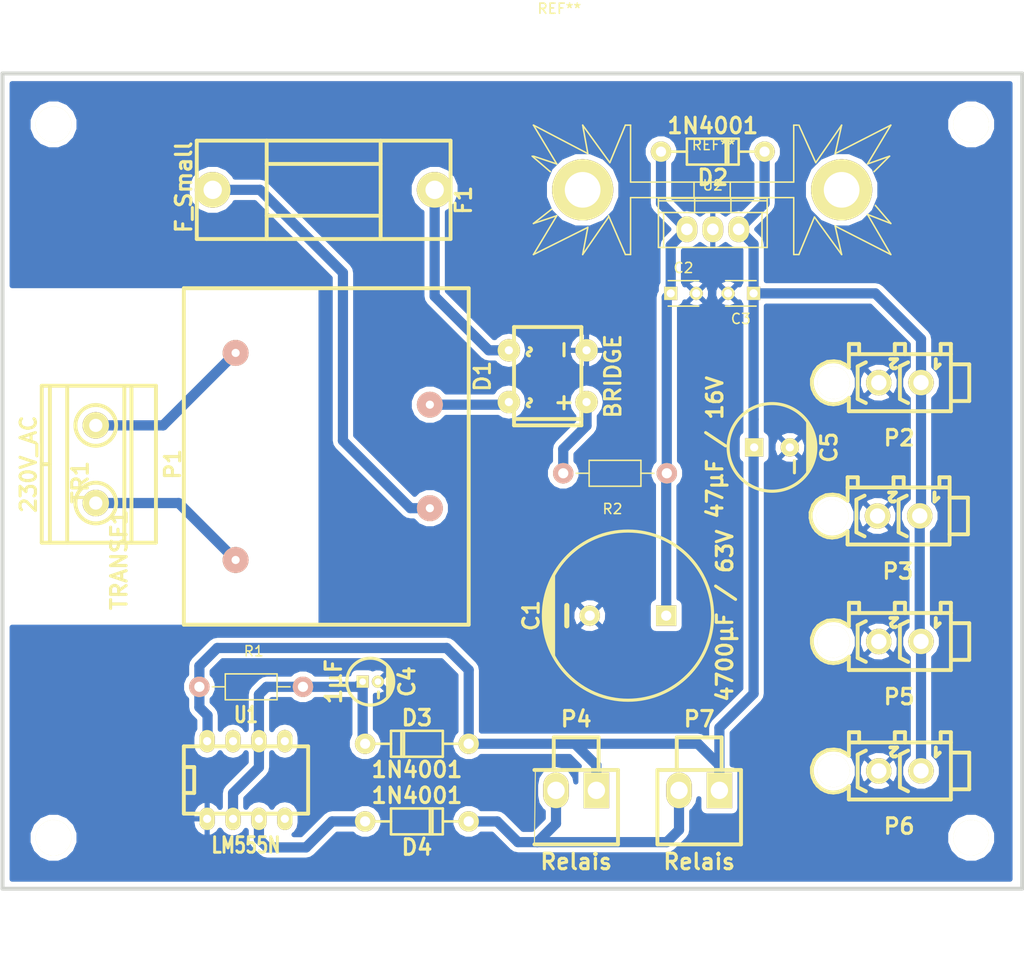
<source format=kicad_pcb>
(kicad_pcb (version 4) (host pcbnew 4.0.3-stable)

  (general
    (links 40)
    (no_connects 0)
    (area 92.514 54.397 193.354301 150.427)
    (thickness 1.6)
    (drawings 0)
    (tracks 86)
    (zones 0)
    (modules 24)
    (nets 13)
  )

  (page A4)
  (layers
    (0 F.Cu signal)
    (31 B.Cu signal)
    (32 B.Adhes user)
    (33 F.Adhes user)
    (34 B.Paste user)
    (35 F.Paste user)
    (36 B.SilkS user)
    (37 F.SilkS user)
    (38 B.Mask user)
    (39 F.Mask user)
    (40 Dwgs.User user)
    (41 Cmts.User user)
    (42 Eco1.User user)
    (43 Eco2.User user)
    (44 Edge.Cuts user)
    (45 Margin user)
    (46 B.CrtYd user)
    (47 F.CrtYd user)
    (48 B.Fab user)
    (49 F.Fab user)
  )

  (setup
    (last_trace_width 0.5)
    (user_trace_width 0.5)
    (user_trace_width 1)
    (user_trace_width 2)
    (trace_clearance 0.2)
    (zone_clearance 0.5)
    (zone_45_only no)
    (trace_min 0.5)
    (segment_width 0.2)
    (edge_width 0.15)
    (via_size 1)
    (via_drill 0.8)
    (via_min_size 0.8)
    (via_min_drill 0.3)
    (uvia_size 0.3)
    (uvia_drill 0.1)
    (uvias_allowed no)
    (uvia_min_size 0.2)
    (uvia_min_drill 0.1)
    (pcb_text_width 0.3)
    (pcb_text_size 1.5 1.5)
    (mod_edge_width 0.15)
    (mod_text_size 1 1)
    (mod_text_width 0.15)
    (pad_size 1.524 1.524)
    (pad_drill 0.762)
    (pad_to_mask_clearance 0.2)
    (aux_axis_origin 0 0)
    (visible_elements 7FFFFFFF)
    (pcbplotparams
      (layerselection 0x00030_80000001)
      (usegerberextensions false)
      (excludeedgelayer true)
      (linewidth 0.100000)
      (plotframeref false)
      (viasonmask false)
      (mode 1)
      (useauxorigin false)
      (hpglpennumber 1)
      (hpglpenspeed 20)
      (hpglpendiameter 15)
      (hpglpenoverlay 2)
      (psnegative false)
      (psa4output false)
      (plotreference true)
      (plotvalue true)
      (plotinvisibletext false)
      (padsonsilk false)
      (subtractmaskfromsilk false)
      (outputformat 1)
      (mirror false)
      (drillshape 1)
      (scaleselection 1)
      (outputdirectory ""))
  )

  (net 0 "")
  (net 1 "Net-(C1-Pad1)")
  (net 2 GND)
  (net 3 +12V)
  (net 4 "Net-(C4-Pad1)")
  (net 5 "Net-(D1-Pad3)")
  (net 6 "Net-(D4-Pad1)")
  (net 7 "Net-(D4-Pad2)")
  (net 8 "Net-(D1-Pad2)")
  (net 9 "Net-(F1-Pad1)")
  (net 10 "Net-(P1-Pad2)")
  (net 11 "Net-(P1-Pad1)")
  (net 12 "Net-(D1-Pad1)")

  (net_class Default "Dies ist die voreingestellte Netzklasse."
    (clearance 0.2)
    (trace_width 0.5)
    (via_dia 1)
    (via_drill 0.8)
    (uvia_dia 0.3)
    (uvia_drill 0.1)
    (add_net +12V)
    (add_net GND)
    (add_net "Net-(C1-Pad1)")
    (add_net "Net-(C4-Pad1)")
    (add_net "Net-(D1-Pad1)")
    (add_net "Net-(D1-Pad2)")
    (add_net "Net-(D1-Pad3)")
    (add_net "Net-(D4-Pad1)")
    (add_net "Net-(D4-Pad2)")
    (add_net "Net-(F1-Pad1)")
    (add_net "Net-(P1-Pad1)")
    (add_net "Net-(P1-Pad2)")
  )

  (net_class 12V_Sup ""
    (clearance 0.2)
    (trace_width 1)
    (via_dia 1)
    (via_drill 0.8)
    (uvia_dia 0.3)
    (uvia_drill 0.1)
  )

  (module w_capacitors:CP_16x20mm (layer F.Cu) (tedit 0) (tstamp 55C54135)
    (at 154.305 114.935 90)
    (descr "Capacitor, pol, cyl 16x20mm")
    (path /55C546E0)
    (fp_text reference C1 (at 0 -9.5 90) (layer F.SilkS)
      (effects (font (thickness 0.3048)))
    )
    (fp_text value "4700µF / 63V" (at 0 9.5 90) (layer F.SilkS)
      (effects (font (thickness 0.3048)))
    )
    (fp_line (start 3.9 -7.3) (end -3.9 -7.3) (layer F.SilkS) (width 0.3048))
    (fp_line (start -3.4 -7.5) (end 3.4 -7.5) (layer F.SilkS) (width 0.3048))
    (fp_line (start 3 -7.7) (end -2.9 -7.7) (layer F.SilkS) (width 0.3048))
    (fp_line (start -2.4 -7.9) (end 2.4 -7.9) (layer F.SilkS) (width 0.3048))
    (fp_line (start -1.7 -8.1) (end 1.7 -8.1) (layer F.SilkS) (width 0.3048))
    (fp_circle (center 0 0) (end -8.3 0) (layer F.SilkS) (width 0.3048))
    (fp_line (start -1 -6) (end 1 -6) (layer F.SilkS) (width 0.5))
    (pad 1 thru_hole rect (at 0 3.75 90) (size 2 2) (drill 1) (layers *.Cu *.Mask F.SilkS)
      (net 1 "Net-(C1-Pad1)"))
    (pad 2 thru_hole circle (at 0 -3.75 90) (size 2 2) (drill 1) (layers *.Cu *.Mask F.SilkS)
      (net 2 GND))
    (model walter/capacitors/cp_16x20mm.wrl
      (at (xyz 0 0 0))
      (scale (xyz 1 1 1))
      (rotate (xyz 0 0 0))
    )
  )

  (module Capacitors_ThroughHole:C_Disc_D3_P2.5 (layer F.Cu) (tedit 0) (tstamp 55C5413B)
    (at 158.496 83.312)
    (descr "Capacitor 3mm Disc, Pitch 2.5mm")
    (tags Capacitor)
    (path /55C54749)
    (fp_text reference C2 (at 1.25 -2.5) (layer F.SilkS)
      (effects (font (size 1 1) (thickness 0.15)))
    )
    (fp_text value "100nF / 63V" (at 1.25 2.5) (layer F.Fab)
      (effects (font (size 1 1) (thickness 0.15)))
    )
    (fp_line (start -0.9 -1.5) (end 3.4 -1.5) (layer F.CrtYd) (width 0.05))
    (fp_line (start 3.4 -1.5) (end 3.4 1.5) (layer F.CrtYd) (width 0.05))
    (fp_line (start 3.4 1.5) (end -0.9 1.5) (layer F.CrtYd) (width 0.05))
    (fp_line (start -0.9 1.5) (end -0.9 -1.5) (layer F.CrtYd) (width 0.05))
    (fp_line (start -0.25 -1.25) (end 2.75 -1.25) (layer F.SilkS) (width 0.15))
    (fp_line (start 2.75 1.25) (end -0.25 1.25) (layer F.SilkS) (width 0.15))
    (pad 1 thru_hole rect (at 0 0) (size 1.3 1.3) (drill 0.8) (layers *.Cu *.Mask F.SilkS)
      (net 1 "Net-(C1-Pad1)"))
    (pad 2 thru_hole circle (at 2.5 0) (size 1.3 1.3) (drill 0.8001) (layers *.Cu *.Mask F.SilkS)
      (net 2 GND))
    (model Capacitors_ThroughHole.3dshapes/C_Disc_D3_P2.5.wrl
      (at (xyz 0.0492126 0 0))
      (scale (xyz 1 1 1))
      (rotate (xyz 0 0 0))
    )
  )

  (module Capacitors_ThroughHole:C_Disc_D3_P2.5 (layer F.Cu) (tedit 0) (tstamp 55C54141)
    (at 166.624 83.312 180)
    (descr "Capacitor 3mm Disc, Pitch 2.5mm")
    (tags Capacitor)
    (path /55C547E2)
    (fp_text reference C3 (at 1.25 -2.5 180) (layer F.SilkS)
      (effects (font (size 1 1) (thickness 0.15)))
    )
    (fp_text value "100nF / 16V" (at 1.25 2.5 180) (layer F.Fab)
      (effects (font (size 1 1) (thickness 0.15)))
    )
    (fp_line (start -0.9 -1.5) (end 3.4 -1.5) (layer F.CrtYd) (width 0.05))
    (fp_line (start 3.4 -1.5) (end 3.4 1.5) (layer F.CrtYd) (width 0.05))
    (fp_line (start 3.4 1.5) (end -0.9 1.5) (layer F.CrtYd) (width 0.05))
    (fp_line (start -0.9 1.5) (end -0.9 -1.5) (layer F.CrtYd) (width 0.05))
    (fp_line (start -0.25 -1.25) (end 2.75 -1.25) (layer F.SilkS) (width 0.15))
    (fp_line (start 2.75 1.25) (end -0.25 1.25) (layer F.SilkS) (width 0.15))
    (pad 1 thru_hole rect (at 0 0 180) (size 1.3 1.3) (drill 0.8) (layers *.Cu *.Mask F.SilkS)
      (net 3 +12V))
    (pad 2 thru_hole circle (at 2.5 0 180) (size 1.3 1.3) (drill 0.8001) (layers *.Cu *.Mask F.SilkS)
      (net 2 GND))
    (model Capacitors_ThroughHole.3dshapes/C_Disc_D3_P2.5.wrl
      (at (xyz 0.0492126 0 0))
      (scale (xyz 1 1 1))
      (rotate (xyz 0 0 0))
    )
  )

  (module w_capacitors:CP_4x5mm (layer F.Cu) (tedit 0) (tstamp 55C54147)
    (at 129.032 121.412 270)
    (descr "Capacitor, pol, cyl 4x5mm")
    (path /55C574DA)
    (fp_text reference C4 (at 0 -3.6 270) (layer F.SilkS)
      (effects (font (thickness 0.3048)))
    )
    (fp_text value 1µF (at 0 3.6 270) (layer F.SilkS)
      (effects (font (thickness 0.3048)))
    )
    (fp_line (start -0.7 -2.1) (end 0.7 -2.1) (layer F.SilkS) (width 0.3048))
    (fp_line (start -1.2 -1.9) (end 1.2 -1.9) (layer F.SilkS) (width 0.3048))
    (fp_line (start -1.5 -1.7) (end 1.5 -1.7) (layer F.SilkS) (width 0.3048))
    (fp_line (start 1 -0.8) (end 1.6 -0.8) (layer F.SilkS) (width 0.3))
    (fp_circle (center 0 0) (end -2.3 0) (layer F.SilkS) (width 0.3048))
    (pad 1 thru_hole rect (at 0 0.75 270) (size 1.2 1.2) (drill 0.65) (layers *.Cu *.Mask F.SilkS)
      (net 4 "Net-(C4-Pad1)"))
    (pad 2 thru_hole circle (at 0 -0.75 270) (size 1.2 1.2) (drill 0.65) (layers *.Cu *.Mask F.SilkS)
      (net 2 GND))
    (model walter/capacitors/cp_4x5mm.wrl
      (at (xyz 0 0 0))
      (scale (xyz 1 1 1))
      (rotate (xyz 0 0 0))
    )
  )

  (module w_capacitors:CP_8x15mm (layer F.Cu) (tedit 0) (tstamp 55C5414D)
    (at 168.43 98.425 270)
    (descr "Capacitor, pol, cyl 8x15mm")
    (path /55C5482E)
    (fp_text reference C5 (at 0 -5.6 270) (layer F.SilkS)
      (effects (font (thickness 0.3048)))
    )
    (fp_text value "47µF / 16V" (at 0 5.6 270) (layer F.SilkS)
      (effects (font (thickness 0.3048)))
    )
    (fp_line (start -2.4 -3.5) (end 2.4 -3.5) (layer F.SilkS) (width 0.3048))
    (fp_circle (center 0 0) (end -4.3 0) (layer F.SilkS) (width 0.3048))
    (fp_line (start -1.8 -3.7) (end 1.8 -3.7) (layer F.SilkS) (width 0.3048))
    (fp_line (start -1.4 -3.9) (end 1.4 -3.9) (layer F.SilkS) (width 0.3048))
    (fp_line (start -0.8 -4.1) (end 0.9 -4.1) (layer F.SilkS) (width 0.3048))
    (fp_line (start 1.3 -2.2) (end 2.5 -2.2) (layer F.SilkS) (width 0.3))
    (pad 1 thru_hole rect (at 0 1.75 270) (size 1.8 1.8) (drill 0.8) (layers *.Cu *.Mask F.SilkS)
      (net 3 +12V))
    (pad 2 thru_hole circle (at 0 -1.75 270) (size 1.8 1.8) (drill 0.8) (layers *.Cu *.Mask F.SilkS)
      (net 2 GND))
    (model walter/capacitors/cp_8x15mm.wrl
      (at (xyz 0 0 0))
      (scale (xyz 1 1 1))
      (rotate (xyz 0 0 0))
    )
  )

  (module w_pth_diodes:bridge_DFM (layer F.Cu) (tedit 0) (tstamp 55C54155)
    (at 146.431 91.44 90)
    (descr "Bridge, DFM Package")
    (tags DFM)
    (path /55C52B4F)
    (fp_text reference D1 (at 0 -6.4008 90) (layer F.SilkS)
      (effects (font (thickness 0.28448)))
    )
    (fp_text value BRIDGE (at 0 6.4008 90) (layer F.SilkS)
      (effects (font (thickness 0.28448)))
    )
    (fp_line (start -4.20116 -3.29946) (end -4.20116 3.29946) (layer F.SilkS) (width 0.381))
    (fp_arc (start 2.19964 -1.79832) (end 2.19964 -1.99898) (angle 90) (layer F.SilkS) (width 0.3048))
    (fp_arc (start 2.19964 -1.79832) (end 2.00152 -1.79832) (angle 90) (layer F.SilkS) (width 0.3048))
    (fp_arc (start 2.60096 -1.79832) (end 2.60096 -1.6002) (angle 90) (layer F.SilkS) (width 0.3048))
    (fp_arc (start 2.60096 -1.79832) (end 2.80162 -1.79832) (angle 90) (layer F.SilkS) (width 0.3048))
    (fp_arc (start -2.4003 -1.79832) (end -2.19964 -1.79832) (angle 90) (layer F.SilkS) (width 0.3048))
    (fp_arc (start -2.4003 -1.79832) (end -2.4003 -1.6002) (angle 90) (layer F.SilkS) (width 0.3048))
    (fp_arc (start -2.80162 -1.79832) (end -2.99974 -1.79832) (angle 90) (layer F.SilkS) (width 0.3048))
    (fp_arc (start -2.80162 -1.79832) (end -2.80162 -1.99898) (angle 90) (layer F.SilkS) (width 0.3048))
    (fp_line (start 1.99898 1.6002) (end 3.2004 1.6002) (layer F.SilkS) (width 0.3048))
    (fp_line (start -1.99898 1.6002) (end -3.2004 1.6002) (layer F.SilkS) (width 0.3048))
    (fp_line (start -2.60096 2.19964) (end -2.60096 1.00076) (layer F.SilkS) (width 0.3048))
    (fp_line (start 4.826 -3.302) (end 4.826 3.302) (layer F.SilkS) (width 0.381))
    (fp_line (start 4.826 3.302) (end -4.826 3.302) (layer F.SilkS) (width 0.381))
    (fp_line (start -4.826 3.302) (end -4.826 -3.302) (layer F.SilkS) (width 0.381))
    (fp_line (start -4.826 -3.302) (end 4.826 -3.302) (layer F.SilkS) (width 0.381))
    (pad 1 thru_hole oval (at -2.54 3.81 90) (size 2.19964 2.19964) (drill 0.8001) (layers *.Cu *.Mask F.SilkS)
      (net 12 "Net-(D1-Pad1)"))
    (pad 4 thru_hole oval (at 2.54 3.81 90) (size 2.19964 2.19964) (drill 0.8001) (layers *.Cu *.Mask F.SilkS)
      (net 2 GND))
    (pad 3 thru_hole oval (at 2.54 -3.81 90) (size 2.19964 2.19964) (drill 0.8001) (layers *.Cu *.Mask F.SilkS)
      (net 5 "Net-(D1-Pad3)"))
    (pad 2 thru_hole oval (at -2.54 -3.81 90) (size 2.19964 2.19964) (drill 0.8001) (layers *.Cu *.Mask F.SilkS)
      (net 8 "Net-(D1-Pad2)"))
    (model walter/pth_diodes/db_dfm.wrl
      (at (xyz 0 0 0))
      (scale (xyz 1 1 1))
      (rotate (xyz 0 0 0))
    )
  )

  (module w_pth_diodes:diode_do41 (layer F.Cu) (tedit 0) (tstamp 55C5415B)
    (at 162.6235 69.4055)
    (descr "Diode, DO-41 package")
    (path /55C58641)
    (fp_text reference D2 (at 0 2.54) (layer F.SilkS)
      (effects (font (thickness 0.3048)))
    )
    (fp_text value 1N4001 (at 0 -2.54) (layer F.SilkS)
      (effects (font (thickness 0.3048)))
    )
    (fp_line (start 1.524 1.27) (end 1.524 -1.27) (layer F.SilkS) (width 0.254))
    (fp_line (start 1.27 -1.27) (end 1.27 1.27) (layer F.SilkS) (width 0.254))
    (fp_line (start -2.54 -1.27) (end -2.54 1.27) (layer F.SilkS) (width 0.254))
    (fp_line (start 2.54 -1.27) (end 2.54 1.27) (layer F.SilkS) (width 0.254))
    (fp_line (start -2.54 -1.27) (end 2.54 -1.27) (layer F.SilkS) (width 0.254))
    (fp_line (start 2.54 1.27) (end -2.54 1.27) (layer F.SilkS) (width 0.254))
    (fp_line (start 4.826 0) (end 2.54 0) (layer F.SilkS) (width 0.254))
    (fp_line (start -2.54 0) (end -4.826 0) (layer F.SilkS) (width 0.254))
    (pad 1 thru_hole circle (at -5.08 0) (size 1.99898 1.99898) (drill 1.00076) (layers *.Cu *.Mask F.SilkS)
      (net 1 "Net-(C1-Pad1)"))
    (pad 2 thru_hole circle (at 5.08 0) (size 1.99898 1.99898) (drill 1.00076) (layers *.Cu *.Mask F.SilkS)
      (net 3 +12V))
    (model walter/pth_diodes/diode_do41.wrl
      (at (xyz 0 0 0))
      (scale (xyz 1 1 1))
      (rotate (xyz 0 0 0))
    )
  )

  (module w_pth_diodes:diode_do41 (layer F.Cu) (tedit 0) (tstamp 55C54161)
    (at 133.604 127.508 180)
    (descr "Diode, DO-41 package")
    (path /55C578BD)
    (fp_text reference D3 (at 0 2.54 180) (layer F.SilkS)
      (effects (font (thickness 0.3048)))
    )
    (fp_text value 1N4001 (at 0 -2.54 180) (layer F.SilkS)
      (effects (font (thickness 0.3048)))
    )
    (fp_line (start 1.524 1.27) (end 1.524 -1.27) (layer F.SilkS) (width 0.254))
    (fp_line (start 1.27 -1.27) (end 1.27 1.27) (layer F.SilkS) (width 0.254))
    (fp_line (start -2.54 -1.27) (end -2.54 1.27) (layer F.SilkS) (width 0.254))
    (fp_line (start 2.54 -1.27) (end 2.54 1.27) (layer F.SilkS) (width 0.254))
    (fp_line (start -2.54 -1.27) (end 2.54 -1.27) (layer F.SilkS) (width 0.254))
    (fp_line (start 2.54 1.27) (end -2.54 1.27) (layer F.SilkS) (width 0.254))
    (fp_line (start 4.826 0) (end 2.54 0) (layer F.SilkS) (width 0.254))
    (fp_line (start -2.54 0) (end -4.826 0) (layer F.SilkS) (width 0.254))
    (pad 1 thru_hole circle (at -5.08 0 180) (size 1.99898 1.99898) (drill 1.00076) (layers *.Cu *.Mask F.SilkS)
      (net 3 +12V))
    (pad 2 thru_hole circle (at 5.08 0 180) (size 1.99898 1.99898) (drill 1.00076) (layers *.Cu *.Mask F.SilkS)
      (net 4 "Net-(C4-Pad1)"))
    (model walter/pth_diodes/diode_do41.wrl
      (at (xyz 0 0 0))
      (scale (xyz 1 1 1))
      (rotate (xyz 0 0 0))
    )
  )

  (module w_pth_diodes:diode_do41 (layer F.Cu) (tedit 0) (tstamp 55C54167)
    (at 133.604 135.128)
    (descr "Diode, DO-41 package")
    (path /55C5639B)
    (fp_text reference D4 (at 0 2.54) (layer F.SilkS)
      (effects (font (thickness 0.3048)))
    )
    (fp_text value 1N4001 (at 0 -2.54) (layer F.SilkS)
      (effects (font (thickness 0.3048)))
    )
    (fp_line (start 1.524 1.27) (end 1.524 -1.27) (layer F.SilkS) (width 0.254))
    (fp_line (start 1.27 -1.27) (end 1.27 1.27) (layer F.SilkS) (width 0.254))
    (fp_line (start -2.54 -1.27) (end -2.54 1.27) (layer F.SilkS) (width 0.254))
    (fp_line (start 2.54 -1.27) (end 2.54 1.27) (layer F.SilkS) (width 0.254))
    (fp_line (start -2.54 -1.27) (end 2.54 -1.27) (layer F.SilkS) (width 0.254))
    (fp_line (start 2.54 1.27) (end -2.54 1.27) (layer F.SilkS) (width 0.254))
    (fp_line (start 4.826 0) (end 2.54 0) (layer F.SilkS) (width 0.254))
    (fp_line (start -2.54 0) (end -4.826 0) (layer F.SilkS) (width 0.254))
    (pad 1 thru_hole circle (at -5.08 0) (size 1.99898 1.99898) (drill 1.00076) (layers *.Cu *.Mask F.SilkS)
      (net 6 "Net-(D4-Pad1)"))
    (pad 2 thru_hole circle (at 5.08 0) (size 1.99898 1.99898) (drill 1.00076) (layers *.Cu *.Mask F.SilkS)
      (net 7 "Net-(D4-Pad2)"))
    (model walter/pth_diodes/diode_do41.wrl
      (at (xyz 0 0 0))
      (scale (xyz 1 1 1))
      (rotate (xyz 0 0 0))
    )
  )

  (module w_misc_comp:fuse_holder_CQ-2 (layer F.Cu) (tedit 0) (tstamp 55C5416D)
    (at 124.46 73.152 90)
    (descr "Fuse holder, 5x20, CQ-200C")
    (tags fuse)
    (path /55C5D9C9)
    (fp_text reference F1 (at -1.016 13.716 90) (layer F.SilkS)
      (effects (font (thickness 0.3048)))
    )
    (fp_text value F_Small (at 0.254 -13.716 90) (layer F.SilkS)
      (effects (font (thickness 0.3048)))
    )
    (fp_line (start 2.54 5.588) (end 2.54 -5.588) (layer F.SilkS) (width 0.381))
    (fp_line (start -2.54 -5.588) (end -2.54 5.588) (layer F.SilkS) (width 0.381))
    (fp_line (start -4.826 -5.588) (end 4.826 -5.588) (layer F.SilkS) (width 0.381))
    (fp_line (start 4.826 5.588) (end -4.826 5.588) (layer F.SilkS) (width 0.381))
    (fp_line (start 4.826 12.446) (end -4.826 12.446) (layer F.SilkS) (width 0.381))
    (fp_line (start -4.826 12.446) (end -4.826 -12.446) (layer F.SilkS) (width 0.381))
    (fp_line (start -4.826 -12.446) (end 4.826 -12.446) (layer F.SilkS) (width 0.381))
    (fp_line (start 4.826 -12.446) (end 4.826 12.446) (layer F.SilkS) (width 0.381))
    (pad 1 thru_hole circle (at 0 -10.8839 90) (size 3.50012 3.50012) (drill 1.80086) (layers *.Cu *.Mask F.SilkS)
      (net 9 "Net-(F1-Pad1)"))
    (pad 2 thru_hole circle (at 0 10.8839 90) (size 3.50012 3.50012) (drill 1.80086) (layers *.Cu *.Mask F.SilkS)
      (net 5 "Net-(D1-Pad3)"))
    (model walter/misc_comp/fuse_cq-200c.wrl
      (at (xyz 0 0 0))
      (scale (xyz 1 1 1))
      (rotate (xyz 0 0 0))
    )
  )

  (module MiniUniversalMate-N-LokSockets_13Aug2012:MiniUniversalMate-N-LokSocket_2PinVertical_12Aug2012 (layer F.Cu) (tedit 5028CBC3) (tstamp 55C54181)
    (at 180.975 92.075 180)
    (descr "Mini Universal Mate-N-Lok Socket, 2 Pin, Vertical,")
    (tags "Mini Universal Mate-N-Lok Socket, 2 Pin, Vertical,")
    (path /55C54C8E)
    (fp_text reference P2 (at 0.07112 -5.43052 180) (layer F.SilkS)
      (effects (font (thickness 0.3048)))
    )
    (fp_text value 12V_DC_1 (at -0.70104 5.62102 180) (layer F.SilkS) hide
      (effects (font (thickness 0.3048)))
    )
    (fp_line (start 0.37084 1.47066) (end 0.45974 1.41986) (layer F.SilkS) (width 0.381))
    (fp_line (start 0.45974 1.41986) (end 0.6604 1.41986) (layer F.SilkS) (width 0.381))
    (fp_line (start 0.6604 1.41986) (end 0.82042 1.52908) (layer F.SilkS) (width 0.381))
    (fp_line (start 0.82042 1.52908) (end 0.87884 1.72974) (layer F.SilkS) (width 0.381))
    (fp_line (start 0.87884 1.72974) (end 0.26924 2.30886) (layer F.SilkS) (width 0.381))
    (fp_line (start 0.26924 2.30886) (end 0.9398 2.30886) (layer F.SilkS) (width 0.381))
    (fp_line (start -3.90906 1.7907) (end -3.51028 1.41986) (layer F.SilkS) (width 0.381))
    (fp_line (start -3.51028 1.41986) (end -3.52044 2.30886) (layer F.SilkS) (width 0.381))
    (fp_line (start 0 -1.6002) (end -0.8001 -1.99898) (layer F.SilkS) (width 0.381))
    (fp_line (start 4.1402 -1.6002) (end 3.3401 -1.99898) (layer F.SilkS) (width 0.381))
    (fp_line (start 4.1402 1.6002) (end 3.3401 1.99898) (layer F.SilkS) (width 0.381))
    (fp_line (start 0 1.6002) (end -0.8001 1.99898) (layer F.SilkS) (width 0.381))
    (fp_line (start 4.1402 -1.6002) (end 4.1402 1.6002) (layer F.SilkS) (width 0.381))
    (fp_line (start 0 -1.6002) (end 0 1.6002) (layer F.SilkS) (width 0.381))
    (fp_line (start 0.50038 2.79908) (end 0.50038 3.79984) (layer F.SilkS) (width 0.381))
    (fp_line (start 0.50038 3.79984) (end -0.50038 3.79984) (layer F.SilkS) (width 0.381))
    (fp_line (start -0.50038 3.79984) (end -0.50038 2.79908) (layer F.SilkS) (width 0.381))
    (fp_line (start 5.00126 2.79908) (end 5.00126 3.79984) (layer F.SilkS) (width 0.381))
    (fp_line (start 5.00126 3.79984) (end 4.0005 3.79984) (layer F.SilkS) (width 0.381))
    (fp_line (start 4.0005 3.79984) (end 4.0005 2.79908) (layer F.SilkS) (width 0.381))
    (fp_line (start -5.00126 2.79908) (end -5.00126 3.79984) (layer F.SilkS) (width 0.381))
    (fp_line (start -5.00126 3.79984) (end -4.0005 3.79984) (layer F.SilkS) (width 0.381))
    (fp_line (start -4.0005 3.79984) (end -4.0005 2.79908) (layer F.SilkS) (width 0.381))
    (fp_line (start -5.00126 -1.80086) (end -6.79958 -1.80086) (layer F.SilkS) (width 0.381))
    (fp_line (start -6.79958 -1.80086) (end -6.79958 1.80086) (layer F.SilkS) (width 0.381))
    (fp_line (start -6.79958 1.80086) (end -5.00126 1.80086) (layer F.SilkS) (width 0.381))
    (fp_line (start 5.00126 -1.50114) (end 5.2705 -1.71958) (layer F.SilkS) (width 0.381))
    (fp_line (start 5.2705 -1.71958) (end 5.64896 -1.9304) (layer F.SilkS) (width 0.381))
    (fp_line (start 5.64896 -1.9304) (end 6.04012 -2.05994) (layer F.SilkS) (width 0.381))
    (fp_line (start 6.04012 -2.05994) (end 6.52018 -2.1209) (layer F.SilkS) (width 0.381))
    (fp_line (start 6.52018 -2.1209) (end 6.99008 -2.0701) (layer F.SilkS) (width 0.381))
    (fp_line (start 6.99008 -2.0701) (end 7.33044 -1.95072) (layer F.SilkS) (width 0.381))
    (fp_line (start 7.33044 -1.95072) (end 7.7089 -1.75006) (layer F.SilkS) (width 0.381))
    (fp_line (start 7.7089 -1.75006) (end 8.07974 -1.43002) (layer F.SilkS) (width 0.381))
    (fp_line (start 8.07974 -1.43002) (end 8.3312 -1.0795) (layer F.SilkS) (width 0.381))
    (fp_line (start 8.3312 -1.0795) (end 8.53948 -0.62992) (layer F.SilkS) (width 0.381))
    (fp_line (start 8.53948 -0.62992) (end 8.63092 -0.1905) (layer F.SilkS) (width 0.381))
    (fp_line (start 8.63092 -0.1905) (end 8.63092 0.35052) (layer F.SilkS) (width 0.381))
    (fp_line (start 8.63092 0.35052) (end 8.37946 1.05918) (layer F.SilkS) (width 0.381))
    (fp_line (start 8.37946 1.05918) (end 8.01116 1.52908) (layer F.SilkS) (width 0.381))
    (fp_line (start 8.01116 1.52908) (end 7.65048 1.78054) (layer F.SilkS) (width 0.381))
    (fp_line (start 7.65048 1.78054) (end 7.11962 2.03962) (layer F.SilkS) (width 0.381))
    (fp_line (start 7.11962 2.03962) (end 6.46938 2.10058) (layer F.SilkS) (width 0.381))
    (fp_line (start 6.46938 2.10058) (end 5.8801 2.0193) (layer F.SilkS) (width 0.381))
    (fp_line (start 5.8801 2.0193) (end 5.43052 1.80086) (layer F.SilkS) (width 0.381))
    (fp_line (start 5.43052 1.80086) (end 5.00126 1.50114) (layer F.SilkS) (width 0.381))
    (fp_line (start -5.00126 -2.79908) (end -5.00126 2.79908) (layer F.SilkS) (width 0.381))
    (fp_line (start -5.00126 2.79908) (end 5.00126 2.79908) (layer F.SilkS) (width 0.381))
    (fp_line (start 5.00126 2.79908) (end 5.00126 1.50114) (layer F.SilkS) (width 0.381))
    (fp_line (start -5.00126 -2.79908) (end 5.00888 -2.79908) (layer F.SilkS) (width 0.381))
    (fp_line (start 5.00888 -2.79908) (end 5.00126 -1.49098) (layer F.SilkS) (width 0.381))
    (pad 2 thru_hole circle (at 2.0701 0 270) (size 2.49936 2.49936) (drill 1.50114) (layers *.Cu *.Mask F.SilkS)
      (net 2 GND))
    (pad "" np_thru_hole circle (at 6.52018 0 180) (size 3.2004 3.2004) (drill 3.2004) (layers *.Cu *.Mask F.SilkS))
    (pad 1 thru_hole circle (at -2.0701 0.01016 270) (size 2.49936 2.49936) (drill 1.50114) (layers *.Cu *.Mask F.SilkS)
      (net 3 +12V))
  )

  (module MiniUniversalMate-N-LokSockets_13Aug2012:MiniUniversalMate-N-LokSocket_2PinVertical_12Aug2012 (layer F.Cu) (tedit 5028CBC3) (tstamp 55C54188)
    (at 180.848 105.156 180)
    (descr "Mini Universal Mate-N-Lok Socket, 2 Pin, Vertical,")
    (tags "Mini Universal Mate-N-Lok Socket, 2 Pin, Vertical,")
    (path /55C54D95)
    (fp_text reference P3 (at 0.07112 -5.43052 180) (layer F.SilkS)
      (effects (font (thickness 0.3048)))
    )
    (fp_text value 12V_DC_2 (at -0.70104 5.62102 180) (layer F.SilkS) hide
      (effects (font (thickness 0.3048)))
    )
    (fp_line (start 0.37084 1.47066) (end 0.45974 1.41986) (layer F.SilkS) (width 0.381))
    (fp_line (start 0.45974 1.41986) (end 0.6604 1.41986) (layer F.SilkS) (width 0.381))
    (fp_line (start 0.6604 1.41986) (end 0.82042 1.52908) (layer F.SilkS) (width 0.381))
    (fp_line (start 0.82042 1.52908) (end 0.87884 1.72974) (layer F.SilkS) (width 0.381))
    (fp_line (start 0.87884 1.72974) (end 0.26924 2.30886) (layer F.SilkS) (width 0.381))
    (fp_line (start 0.26924 2.30886) (end 0.9398 2.30886) (layer F.SilkS) (width 0.381))
    (fp_line (start -3.90906 1.7907) (end -3.51028 1.41986) (layer F.SilkS) (width 0.381))
    (fp_line (start -3.51028 1.41986) (end -3.52044 2.30886) (layer F.SilkS) (width 0.381))
    (fp_line (start 0 -1.6002) (end -0.8001 -1.99898) (layer F.SilkS) (width 0.381))
    (fp_line (start 4.1402 -1.6002) (end 3.3401 -1.99898) (layer F.SilkS) (width 0.381))
    (fp_line (start 4.1402 1.6002) (end 3.3401 1.99898) (layer F.SilkS) (width 0.381))
    (fp_line (start 0 1.6002) (end -0.8001 1.99898) (layer F.SilkS) (width 0.381))
    (fp_line (start 4.1402 -1.6002) (end 4.1402 1.6002) (layer F.SilkS) (width 0.381))
    (fp_line (start 0 -1.6002) (end 0 1.6002) (layer F.SilkS) (width 0.381))
    (fp_line (start 0.50038 2.79908) (end 0.50038 3.79984) (layer F.SilkS) (width 0.381))
    (fp_line (start 0.50038 3.79984) (end -0.50038 3.79984) (layer F.SilkS) (width 0.381))
    (fp_line (start -0.50038 3.79984) (end -0.50038 2.79908) (layer F.SilkS) (width 0.381))
    (fp_line (start 5.00126 2.79908) (end 5.00126 3.79984) (layer F.SilkS) (width 0.381))
    (fp_line (start 5.00126 3.79984) (end 4.0005 3.79984) (layer F.SilkS) (width 0.381))
    (fp_line (start 4.0005 3.79984) (end 4.0005 2.79908) (layer F.SilkS) (width 0.381))
    (fp_line (start -5.00126 2.79908) (end -5.00126 3.79984) (layer F.SilkS) (width 0.381))
    (fp_line (start -5.00126 3.79984) (end -4.0005 3.79984) (layer F.SilkS) (width 0.381))
    (fp_line (start -4.0005 3.79984) (end -4.0005 2.79908) (layer F.SilkS) (width 0.381))
    (fp_line (start -5.00126 -1.80086) (end -6.79958 -1.80086) (layer F.SilkS) (width 0.381))
    (fp_line (start -6.79958 -1.80086) (end -6.79958 1.80086) (layer F.SilkS) (width 0.381))
    (fp_line (start -6.79958 1.80086) (end -5.00126 1.80086) (layer F.SilkS) (width 0.381))
    (fp_line (start 5.00126 -1.50114) (end 5.2705 -1.71958) (layer F.SilkS) (width 0.381))
    (fp_line (start 5.2705 -1.71958) (end 5.64896 -1.9304) (layer F.SilkS) (width 0.381))
    (fp_line (start 5.64896 -1.9304) (end 6.04012 -2.05994) (layer F.SilkS) (width 0.381))
    (fp_line (start 6.04012 -2.05994) (end 6.52018 -2.1209) (layer F.SilkS) (width 0.381))
    (fp_line (start 6.52018 -2.1209) (end 6.99008 -2.0701) (layer F.SilkS) (width 0.381))
    (fp_line (start 6.99008 -2.0701) (end 7.33044 -1.95072) (layer F.SilkS) (width 0.381))
    (fp_line (start 7.33044 -1.95072) (end 7.7089 -1.75006) (layer F.SilkS) (width 0.381))
    (fp_line (start 7.7089 -1.75006) (end 8.07974 -1.43002) (layer F.SilkS) (width 0.381))
    (fp_line (start 8.07974 -1.43002) (end 8.3312 -1.0795) (layer F.SilkS) (width 0.381))
    (fp_line (start 8.3312 -1.0795) (end 8.53948 -0.62992) (layer F.SilkS) (width 0.381))
    (fp_line (start 8.53948 -0.62992) (end 8.63092 -0.1905) (layer F.SilkS) (width 0.381))
    (fp_line (start 8.63092 -0.1905) (end 8.63092 0.35052) (layer F.SilkS) (width 0.381))
    (fp_line (start 8.63092 0.35052) (end 8.37946 1.05918) (layer F.SilkS) (width 0.381))
    (fp_line (start 8.37946 1.05918) (end 8.01116 1.52908) (layer F.SilkS) (width 0.381))
    (fp_line (start 8.01116 1.52908) (end 7.65048 1.78054) (layer F.SilkS) (width 0.381))
    (fp_line (start 7.65048 1.78054) (end 7.11962 2.03962) (layer F.SilkS) (width 0.381))
    (fp_line (start 7.11962 2.03962) (end 6.46938 2.10058) (layer F.SilkS) (width 0.381))
    (fp_line (start 6.46938 2.10058) (end 5.8801 2.0193) (layer F.SilkS) (width 0.381))
    (fp_line (start 5.8801 2.0193) (end 5.43052 1.80086) (layer F.SilkS) (width 0.381))
    (fp_line (start 5.43052 1.80086) (end 5.00126 1.50114) (layer F.SilkS) (width 0.381))
    (fp_line (start -5.00126 -2.79908) (end -5.00126 2.79908) (layer F.SilkS) (width 0.381))
    (fp_line (start -5.00126 2.79908) (end 5.00126 2.79908) (layer F.SilkS) (width 0.381))
    (fp_line (start 5.00126 2.79908) (end 5.00126 1.50114) (layer F.SilkS) (width 0.381))
    (fp_line (start -5.00126 -2.79908) (end 5.00888 -2.79908) (layer F.SilkS) (width 0.381))
    (fp_line (start 5.00888 -2.79908) (end 5.00126 -1.49098) (layer F.SilkS) (width 0.381))
    (pad 2 thru_hole circle (at 2.0701 0 270) (size 2.49936 2.49936) (drill 1.50114) (layers *.Cu *.Mask F.SilkS)
      (net 2 GND))
    (pad "" np_thru_hole circle (at 6.52018 0 180) (size 3.2004 3.2004) (drill 3.2004) (layers *.Cu *.Mask F.SilkS))
    (pad 1 thru_hole circle (at -2.0701 0.01016 270) (size 2.49936 2.49936) (drill 1.50114) (layers *.Cu *.Mask F.SilkS)
      (net 3 +12V))
  )

  (module Resistors_ThroughHole:Resistor_Horizontal_RM10mm (layer F.Cu) (tedit 53F56209) (tstamp 55C54195)
    (at 117.348 121.92)
    (descr "Resistor, Axial,  RM 10mm, 1/3W,")
    (tags "Resistor, Axial, RM 10mm, 1/3W,")
    (path /55C576FC)
    (fp_text reference R1 (at 0.24892 -3.50012) (layer F.SilkS)
      (effects (font (size 1 1) (thickness 0.15)))
    )
    (fp_text value 18k (at 3.81 3.81) (layer F.Fab)
      (effects (font (size 1 1) (thickness 0.15)))
    )
    (fp_line (start -2.54 -1.27) (end 2.54 -1.27) (layer F.SilkS) (width 0.15))
    (fp_line (start 2.54 -1.27) (end 2.54 1.27) (layer F.SilkS) (width 0.15))
    (fp_line (start 2.54 1.27) (end -2.54 1.27) (layer F.SilkS) (width 0.15))
    (fp_line (start -2.54 1.27) (end -2.54 -1.27) (layer F.SilkS) (width 0.15))
    (fp_line (start -2.54 0) (end -3.81 0) (layer F.SilkS) (width 0.15))
    (fp_line (start 2.54 0) (end 3.81 0) (layer F.SilkS) (width 0.15))
    (pad 1 thru_hole circle (at -5.08 0) (size 1.99898 1.99898) (drill 1.00076) (layers *.Cu *.SilkS *.Mask)
      (net 3 +12V))
    (pad 2 thru_hole circle (at 5.08 0) (size 1.99898 1.99898) (drill 1.00076) (layers *.Cu *.SilkS *.Mask)
      (net 4 "Net-(C4-Pad1)"))
    (model Resistors_ThroughHole.3dshapes/Resistor_Horizontal_RM10mm.wrl
      (at (xyz 0 0 0))
      (scale (xyz 0.4 0.4 0.4))
      (rotate (xyz 0 0 0))
    )
  )

  (module w_pth_circuits:dil_8-300 (layer F.Cu) (tedit 0) (tstamp 55C541AF)
    (at 116.84 131.064)
    (descr "IC, DIL8 x 0,3\"")
    (tags DIL)
    (path /55C55C2A)
    (fp_text reference U1 (at 0 -6.4008) (layer F.SilkS)
      (effects (font (size 1.524 1.143) (thickness 0.28702)))
    )
    (fp_text value LM555N (at 0 6.4008) (layer F.SilkS)
      (effects (font (size 1.524 1.143) (thickness 0.28702)))
    )
    (fp_line (start 6.096 3.302) (end -6.096 3.302) (layer F.SilkS) (width 0.381))
    (fp_line (start -6.096 -3.302) (end 6.096 -3.302) (layer F.SilkS) (width 0.381))
    (fp_line (start -5.08 -1.27) (end -6.096 -1.27) (layer F.SilkS) (width 0.381))
    (fp_line (start -5.08 1.27) (end -6.096 1.27) (layer F.SilkS) (width 0.381))
    (fp_line (start 6.096 -3.302) (end 6.096 3.302) (layer F.SilkS) (width 0.381))
    (fp_line (start -6.096 3.302) (end -6.096 -3.302) (layer F.SilkS) (width 0.381))
    (fp_line (start -5.08 -1.27) (end -5.08 1.27) (layer F.SilkS) (width 0.381))
    (pad 1 thru_hole oval (at -3.81 3.81) (size 1.50114 2.19964) (drill 0.8001) (layers *.Cu *.Mask F.SilkS)
      (net 2 GND))
    (pad 2 thru_hole oval (at -1.27 3.81) (size 1.50114 2.19964) (drill 0.8001) (layers *.Cu *.Mask F.SilkS)
      (net 4 "Net-(C4-Pad1)"))
    (pad 3 thru_hole oval (at 1.27 3.81) (size 1.50114 2.19964) (drill 0.8001) (layers *.Cu *.Mask F.SilkS)
      (net 6 "Net-(D4-Pad1)"))
    (pad 4 thru_hole oval (at 3.81 3.81) (size 1.50114 2.19964) (drill 0.8001) (layers *.Cu *.Mask F.SilkS))
    (pad 5 thru_hole oval (at 3.81 -3.81) (size 1.50114 2.19964) (drill 0.8001) (layers *.Cu *.Mask F.SilkS))
    (pad 6 thru_hole oval (at 1.27 -3.81) (size 1.50114 2.19964) (drill 0.8001) (layers *.Cu *.Mask F.SilkS)
      (net 4 "Net-(C4-Pad1)"))
    (pad 7 thru_hole oval (at -1.27 -3.81) (size 1.50114 2.19964) (drill 0.8001) (layers *.Cu *.Mask F.SilkS))
    (pad 8 thru_hole oval (at -3.81 -3.81) (size 1.50114 2.19964) (drill 0.8001) (layers *.Cu *.Mask F.SilkS)
      (net 3 +12V))
    (model walter/pth_circuits/dil_8-300.wrl
      (at (xyz 0 0 0))
      (scale (xyz 1 1 1))
      (rotate (xyz 0 0 0))
    )
  )

  (module Power_Integrations:TO-220 (layer F.Cu) (tedit 0) (tstamp 55C541B6)
    (at 162.6235 77.0255)
    (descr "Non Isolated JEDEC TO-220 Package")
    (tags "Power Integration YN Package")
    (path /55C54685)
    (fp_text reference U2 (at 0 -4.318) (layer F.SilkS)
      (effects (font (size 1 1) (thickness 0.15)))
    )
    (fp_text value LM7812CT (at 0 -4.318) (layer F.Fab)
      (effects (font (size 1 1) (thickness 0.15)))
    )
    (fp_line (start 4.826 -1.651) (end 4.826 1.778) (layer F.SilkS) (width 0.15))
    (fp_line (start -4.826 -1.651) (end -4.826 1.778) (layer F.SilkS) (width 0.15))
    (fp_line (start 5.334 -2.794) (end -5.334 -2.794) (layer F.SilkS) (width 0.15))
    (fp_line (start 1.778 -1.778) (end 1.778 -3.048) (layer F.SilkS) (width 0.15))
    (fp_line (start -1.778 -1.778) (end -1.778 -3.048) (layer F.SilkS) (width 0.15))
    (fp_line (start -5.334 -1.651) (end 5.334 -1.651) (layer F.SilkS) (width 0.15))
    (fp_line (start 5.334 1.778) (end -5.334 1.778) (layer F.SilkS) (width 0.15))
    (fp_line (start -5.334 -3.048) (end -5.334 1.778) (layer F.SilkS) (width 0.15))
    (fp_line (start 5.334 -3.048) (end 5.334 1.778) (layer F.SilkS) (width 0.15))
    (fp_line (start 5.334 -3.048) (end -5.334 -3.048) (layer F.SilkS) (width 0.15))
    (pad 2 thru_hole oval (at 0 0) (size 2.032 2.54) (drill 1.143) (layers *.Cu *.Mask F.SilkS)
      (net 2 GND))
    (pad 3 thru_hole oval (at 2.54 0) (size 2.032 2.54) (drill 1.143) (layers *.Cu *.Mask F.SilkS)
      (net 3 +12V))
    (pad 1 thru_hole oval (at -2.54 0) (size 2.032 2.54) (drill 1.143) (layers *.Cu *.Mask F.SilkS)
      (net 1 "Net-(C1-Pad1)"))
  )

  (module MiniUniversalMate-N-LokSockets_13Aug2012:MiniUniversalMate-N-LokSocket_2PinVertical_12Aug2012 (layer F.Cu) (tedit 5028CBC3) (tstamp 55C606FC)
    (at 180.975 117.475 180)
    (descr "Mini Universal Mate-N-Lok Socket, 2 Pin, Vertical,")
    (tags "Mini Universal Mate-N-Lok Socket, 2 Pin, Vertical,")
    (path /55C680A8)
    (fp_text reference P5 (at 0.07112 -5.43052 180) (layer F.SilkS)
      (effects (font (thickness 0.3048)))
    )
    (fp_text value 12V_DC_3 (at -0.70104 5.62102 180) (layer F.SilkS) hide
      (effects (font (thickness 0.3048)))
    )
    (fp_line (start 0.37084 1.47066) (end 0.45974 1.41986) (layer F.SilkS) (width 0.381))
    (fp_line (start 0.45974 1.41986) (end 0.6604 1.41986) (layer F.SilkS) (width 0.381))
    (fp_line (start 0.6604 1.41986) (end 0.82042 1.52908) (layer F.SilkS) (width 0.381))
    (fp_line (start 0.82042 1.52908) (end 0.87884 1.72974) (layer F.SilkS) (width 0.381))
    (fp_line (start 0.87884 1.72974) (end 0.26924 2.30886) (layer F.SilkS) (width 0.381))
    (fp_line (start 0.26924 2.30886) (end 0.9398 2.30886) (layer F.SilkS) (width 0.381))
    (fp_line (start -3.90906 1.7907) (end -3.51028 1.41986) (layer F.SilkS) (width 0.381))
    (fp_line (start -3.51028 1.41986) (end -3.52044 2.30886) (layer F.SilkS) (width 0.381))
    (fp_line (start 0 -1.6002) (end -0.8001 -1.99898) (layer F.SilkS) (width 0.381))
    (fp_line (start 4.1402 -1.6002) (end 3.3401 -1.99898) (layer F.SilkS) (width 0.381))
    (fp_line (start 4.1402 1.6002) (end 3.3401 1.99898) (layer F.SilkS) (width 0.381))
    (fp_line (start 0 1.6002) (end -0.8001 1.99898) (layer F.SilkS) (width 0.381))
    (fp_line (start 4.1402 -1.6002) (end 4.1402 1.6002) (layer F.SilkS) (width 0.381))
    (fp_line (start 0 -1.6002) (end 0 1.6002) (layer F.SilkS) (width 0.381))
    (fp_line (start 0.50038 2.79908) (end 0.50038 3.79984) (layer F.SilkS) (width 0.381))
    (fp_line (start 0.50038 3.79984) (end -0.50038 3.79984) (layer F.SilkS) (width 0.381))
    (fp_line (start -0.50038 3.79984) (end -0.50038 2.79908) (layer F.SilkS) (width 0.381))
    (fp_line (start 5.00126 2.79908) (end 5.00126 3.79984) (layer F.SilkS) (width 0.381))
    (fp_line (start 5.00126 3.79984) (end 4.0005 3.79984) (layer F.SilkS) (width 0.381))
    (fp_line (start 4.0005 3.79984) (end 4.0005 2.79908) (layer F.SilkS) (width 0.381))
    (fp_line (start -5.00126 2.79908) (end -5.00126 3.79984) (layer F.SilkS) (width 0.381))
    (fp_line (start -5.00126 3.79984) (end -4.0005 3.79984) (layer F.SilkS) (width 0.381))
    (fp_line (start -4.0005 3.79984) (end -4.0005 2.79908) (layer F.SilkS) (width 0.381))
    (fp_line (start -5.00126 -1.80086) (end -6.79958 -1.80086) (layer F.SilkS) (width 0.381))
    (fp_line (start -6.79958 -1.80086) (end -6.79958 1.80086) (layer F.SilkS) (width 0.381))
    (fp_line (start -6.79958 1.80086) (end -5.00126 1.80086) (layer F.SilkS) (width 0.381))
    (fp_line (start 5.00126 -1.50114) (end 5.2705 -1.71958) (layer F.SilkS) (width 0.381))
    (fp_line (start 5.2705 -1.71958) (end 5.64896 -1.9304) (layer F.SilkS) (width 0.381))
    (fp_line (start 5.64896 -1.9304) (end 6.04012 -2.05994) (layer F.SilkS) (width 0.381))
    (fp_line (start 6.04012 -2.05994) (end 6.52018 -2.1209) (layer F.SilkS) (width 0.381))
    (fp_line (start 6.52018 -2.1209) (end 6.99008 -2.0701) (layer F.SilkS) (width 0.381))
    (fp_line (start 6.99008 -2.0701) (end 7.33044 -1.95072) (layer F.SilkS) (width 0.381))
    (fp_line (start 7.33044 -1.95072) (end 7.7089 -1.75006) (layer F.SilkS) (width 0.381))
    (fp_line (start 7.7089 -1.75006) (end 8.07974 -1.43002) (layer F.SilkS) (width 0.381))
    (fp_line (start 8.07974 -1.43002) (end 8.3312 -1.0795) (layer F.SilkS) (width 0.381))
    (fp_line (start 8.3312 -1.0795) (end 8.53948 -0.62992) (layer F.SilkS) (width 0.381))
    (fp_line (start 8.53948 -0.62992) (end 8.63092 -0.1905) (layer F.SilkS) (width 0.381))
    (fp_line (start 8.63092 -0.1905) (end 8.63092 0.35052) (layer F.SilkS) (width 0.381))
    (fp_line (start 8.63092 0.35052) (end 8.37946 1.05918) (layer F.SilkS) (width 0.381))
    (fp_line (start 8.37946 1.05918) (end 8.01116 1.52908) (layer F.SilkS) (width 0.381))
    (fp_line (start 8.01116 1.52908) (end 7.65048 1.78054) (layer F.SilkS) (width 0.381))
    (fp_line (start 7.65048 1.78054) (end 7.11962 2.03962) (layer F.SilkS) (width 0.381))
    (fp_line (start 7.11962 2.03962) (end 6.46938 2.10058) (layer F.SilkS) (width 0.381))
    (fp_line (start 6.46938 2.10058) (end 5.8801 2.0193) (layer F.SilkS) (width 0.381))
    (fp_line (start 5.8801 2.0193) (end 5.43052 1.80086) (layer F.SilkS) (width 0.381))
    (fp_line (start 5.43052 1.80086) (end 5.00126 1.50114) (layer F.SilkS) (width 0.381))
    (fp_line (start -5.00126 -2.79908) (end -5.00126 2.79908) (layer F.SilkS) (width 0.381))
    (fp_line (start -5.00126 2.79908) (end 5.00126 2.79908) (layer F.SilkS) (width 0.381))
    (fp_line (start 5.00126 2.79908) (end 5.00126 1.50114) (layer F.SilkS) (width 0.381))
    (fp_line (start -5.00126 -2.79908) (end 5.00888 -2.79908) (layer F.SilkS) (width 0.381))
    (fp_line (start 5.00888 -2.79908) (end 5.00126 -1.49098) (layer F.SilkS) (width 0.381))
    (pad 2 thru_hole circle (at 2.0701 0 270) (size 2.49936 2.49936) (drill 1.50114) (layers *.Cu *.Mask F.SilkS)
      (net 2 GND))
    (pad "" np_thru_hole circle (at 6.52018 0 180) (size 3.2004 3.2004) (drill 3.2004) (layers *.Cu *.Mask F.SilkS))
    (pad 1 thru_hole circle (at -2.0701 0.01016 270) (size 2.49936 2.49936) (drill 1.50114) (layers *.Cu *.Mask F.SilkS)
      (net 3 +12V))
  )

  (module MiniUniversalMate-N-LokSockets_13Aug2012:MiniUniversalMate-N-LokSocket_2PinVertical_12Aug2012 (layer F.Cu) (tedit 5028CBC3) (tstamp 55C60703)
    (at 180.975 130.175 180)
    (descr "Mini Universal Mate-N-Lok Socket, 2 Pin, Vertical,")
    (tags "Mini Universal Mate-N-Lok Socket, 2 Pin, Vertical,")
    (path /55C6810E)
    (fp_text reference P6 (at 0.07112 -5.43052 180) (layer F.SilkS)
      (effects (font (thickness 0.3048)))
    )
    (fp_text value 12V_DC_4 (at -0.70104 5.62102 180) (layer F.SilkS) hide
      (effects (font (thickness 0.3048)))
    )
    (fp_line (start 0.37084 1.47066) (end 0.45974 1.41986) (layer F.SilkS) (width 0.381))
    (fp_line (start 0.45974 1.41986) (end 0.6604 1.41986) (layer F.SilkS) (width 0.381))
    (fp_line (start 0.6604 1.41986) (end 0.82042 1.52908) (layer F.SilkS) (width 0.381))
    (fp_line (start 0.82042 1.52908) (end 0.87884 1.72974) (layer F.SilkS) (width 0.381))
    (fp_line (start 0.87884 1.72974) (end 0.26924 2.30886) (layer F.SilkS) (width 0.381))
    (fp_line (start 0.26924 2.30886) (end 0.9398 2.30886) (layer F.SilkS) (width 0.381))
    (fp_line (start -3.90906 1.7907) (end -3.51028 1.41986) (layer F.SilkS) (width 0.381))
    (fp_line (start -3.51028 1.41986) (end -3.52044 2.30886) (layer F.SilkS) (width 0.381))
    (fp_line (start 0 -1.6002) (end -0.8001 -1.99898) (layer F.SilkS) (width 0.381))
    (fp_line (start 4.1402 -1.6002) (end 3.3401 -1.99898) (layer F.SilkS) (width 0.381))
    (fp_line (start 4.1402 1.6002) (end 3.3401 1.99898) (layer F.SilkS) (width 0.381))
    (fp_line (start 0 1.6002) (end -0.8001 1.99898) (layer F.SilkS) (width 0.381))
    (fp_line (start 4.1402 -1.6002) (end 4.1402 1.6002) (layer F.SilkS) (width 0.381))
    (fp_line (start 0 -1.6002) (end 0 1.6002) (layer F.SilkS) (width 0.381))
    (fp_line (start 0.50038 2.79908) (end 0.50038 3.79984) (layer F.SilkS) (width 0.381))
    (fp_line (start 0.50038 3.79984) (end -0.50038 3.79984) (layer F.SilkS) (width 0.381))
    (fp_line (start -0.50038 3.79984) (end -0.50038 2.79908) (layer F.SilkS) (width 0.381))
    (fp_line (start 5.00126 2.79908) (end 5.00126 3.79984) (layer F.SilkS) (width 0.381))
    (fp_line (start 5.00126 3.79984) (end 4.0005 3.79984) (layer F.SilkS) (width 0.381))
    (fp_line (start 4.0005 3.79984) (end 4.0005 2.79908) (layer F.SilkS) (width 0.381))
    (fp_line (start -5.00126 2.79908) (end -5.00126 3.79984) (layer F.SilkS) (width 0.381))
    (fp_line (start -5.00126 3.79984) (end -4.0005 3.79984) (layer F.SilkS) (width 0.381))
    (fp_line (start -4.0005 3.79984) (end -4.0005 2.79908) (layer F.SilkS) (width 0.381))
    (fp_line (start -5.00126 -1.80086) (end -6.79958 -1.80086) (layer F.SilkS) (width 0.381))
    (fp_line (start -6.79958 -1.80086) (end -6.79958 1.80086) (layer F.SilkS) (width 0.381))
    (fp_line (start -6.79958 1.80086) (end -5.00126 1.80086) (layer F.SilkS) (width 0.381))
    (fp_line (start 5.00126 -1.50114) (end 5.2705 -1.71958) (layer F.SilkS) (width 0.381))
    (fp_line (start 5.2705 -1.71958) (end 5.64896 -1.9304) (layer F.SilkS) (width 0.381))
    (fp_line (start 5.64896 -1.9304) (end 6.04012 -2.05994) (layer F.SilkS) (width 0.381))
    (fp_line (start 6.04012 -2.05994) (end 6.52018 -2.1209) (layer F.SilkS) (width 0.381))
    (fp_line (start 6.52018 -2.1209) (end 6.99008 -2.0701) (layer F.SilkS) (width 0.381))
    (fp_line (start 6.99008 -2.0701) (end 7.33044 -1.95072) (layer F.SilkS) (width 0.381))
    (fp_line (start 7.33044 -1.95072) (end 7.7089 -1.75006) (layer F.SilkS) (width 0.381))
    (fp_line (start 7.7089 -1.75006) (end 8.07974 -1.43002) (layer F.SilkS) (width 0.381))
    (fp_line (start 8.07974 -1.43002) (end 8.3312 -1.0795) (layer F.SilkS) (width 0.381))
    (fp_line (start 8.3312 -1.0795) (end 8.53948 -0.62992) (layer F.SilkS) (width 0.381))
    (fp_line (start 8.53948 -0.62992) (end 8.63092 -0.1905) (layer F.SilkS) (width 0.381))
    (fp_line (start 8.63092 -0.1905) (end 8.63092 0.35052) (layer F.SilkS) (width 0.381))
    (fp_line (start 8.63092 0.35052) (end 8.37946 1.05918) (layer F.SilkS) (width 0.381))
    (fp_line (start 8.37946 1.05918) (end 8.01116 1.52908) (layer F.SilkS) (width 0.381))
    (fp_line (start 8.01116 1.52908) (end 7.65048 1.78054) (layer F.SilkS) (width 0.381))
    (fp_line (start 7.65048 1.78054) (end 7.11962 2.03962) (layer F.SilkS) (width 0.381))
    (fp_line (start 7.11962 2.03962) (end 6.46938 2.10058) (layer F.SilkS) (width 0.381))
    (fp_line (start 6.46938 2.10058) (end 5.8801 2.0193) (layer F.SilkS) (width 0.381))
    (fp_line (start 5.8801 2.0193) (end 5.43052 1.80086) (layer F.SilkS) (width 0.381))
    (fp_line (start 5.43052 1.80086) (end 5.00126 1.50114) (layer F.SilkS) (width 0.381))
    (fp_line (start -5.00126 -2.79908) (end -5.00126 2.79908) (layer F.SilkS) (width 0.381))
    (fp_line (start -5.00126 2.79908) (end 5.00126 2.79908) (layer F.SilkS) (width 0.381))
    (fp_line (start 5.00126 2.79908) (end 5.00126 1.50114) (layer F.SilkS) (width 0.381))
    (fp_line (start -5.00126 -2.79908) (end 5.00888 -2.79908) (layer F.SilkS) (width 0.381))
    (fp_line (start 5.00888 -2.79908) (end 5.00126 -1.49098) (layer F.SilkS) (width 0.381))
    (pad 2 thru_hole circle (at 2.0701 0 270) (size 2.49936 2.49936) (drill 1.50114) (layers *.Cu *.Mask F.SilkS)
      (net 2 GND))
    (pad "" np_thru_hole circle (at 6.52018 0 180) (size 3.2004 3.2004) (drill 3.2004) (layers *.Cu *.Mask F.SilkS))
    (pad 1 thru_hole circle (at -2.0701 0.01016 270) (size 2.49936 2.49936) (drill 1.50114) (layers *.Cu *.Mask F.SilkS)
      (net 3 +12V))
  )

  (module Gajda_power:Transfo-simple (layer F.Cu) (tedit 4367A199) (tstamp 55CD0E05)
    (at 110.744 115.824 90)
    (path /55CD0FFE)
    (fp_text reference TR1 (at 13.97 -10.16 90) (layer F.SilkS)
      (effects (font (thickness 0.3048)))
    )
    (fp_text value TRANSF1 (at 6.35 -6.35 90) (layer F.SilkS)
      (effects (font (thickness 0.3048)))
    )
    (fp_line (start 0 0) (end 33.02 0) (layer F.SilkS) (width 0.381))
    (fp_line (start 33.02 0) (end 33.02 27.94) (layer F.SilkS) (width 0.381))
    (fp_line (start 33.02 27.94) (end 0 27.94) (layer F.SilkS) (width 0.381))
    (fp_line (start 0 27.94) (end 0 0) (layer F.SilkS) (width 0.381))
    (pad 2 thru_hole circle (at 6.35 5.08 90) (size 2.54 2.54) (drill 0.8001) (layers *.Cu *.SilkS *.Mask)
      (net 10 "Net-(P1-Pad2)"))
    (pad 1 thru_hole circle (at 26.67 5.08 90) (size 2.54 2.54) (drill 0.8001) (layers *.Cu *.SilkS *.Mask)
      (net 11 "Net-(P1-Pad1)"))
    (pad 3 thru_hole circle (at 21.59 24.13 90) (size 2.54 2.54) (drill 0.8001) (layers *.Cu *.SilkS *.Mask)
      (net 8 "Net-(D1-Pad2)"))
    (pad 4 thru_hole circle (at 11.43 24.13 90) (size 2.54 2.54) (drill 0.8001) (layers *.Cu *.SilkS *.Mask)
      (net 9 "Net-(F1-Pad1)"))
    (model perso/Transfo_Serie_VB-simple.wrl
      (at (xyz 0 0 0))
      (scale (xyz 1 1 1))
      (rotate (xyz 0 0 0))
    )
  )

  (module w_conn_gmkds:gmkds_3-2-7,62 (layer F.Cu) (tedit 0) (tstamp 55CD10AE)
    (at 102.108 100.076 270)
    (descr "2-way 7,62mm pitch terminal block, Phoenix GMKDS series")
    (path /55C544D9)
    (fp_text reference P1 (at 0 -7.55 270) (layer F.SilkS)
      (effects (font (size 1.5 1.5) (thickness 0.3)))
    )
    (fp_text value 230V_AC (at 0 6.6 270) (layer F.SilkS)
      (effects (font (size 1.5 1.5) (thickness 0.3)))
    )
    (fp_line (start -7.7 -3.5) (end 7.7 -3.5) (layer F.SilkS) (width 0.381))
    (fp_line (start 0 4.5) (end 0 5.3) (layer F.SilkS) (width 0.381))
    (fp_circle (center 3.81 0) (end 1.81 0) (layer F.SilkS) (width 0.381))
    (fp_circle (center -3.81 0) (end -1.81 0) (layer F.SilkS) (width 0.381))
    (fp_line (start -7.7 2.8) (end 7.7 2.8) (layer F.SilkS) (width 0.381))
    (fp_line (start -7.7 -2.8) (end 7.7 -2.8) (layer F.SilkS) (width 0.381))
    (fp_line (start -7.7 4.5) (end 7.7 4.5) (layer F.SilkS) (width 0.381))
    (fp_line (start -7.7 5.3) (end 7.7 5.3) (layer F.SilkS) (width 0.381))
    (fp_line (start 7.7 -5.9) (end 7.7 5.3) (layer F.SilkS) (width 0.381))
    (fp_line (start -7.7 -5.9) (end 7.7 -5.9) (layer F.SilkS) (width 0.381))
    (fp_line (start -7.7 -5.9) (end -7.7 5.3) (layer F.SilkS) (width 0.381))
    (pad 1 thru_hole circle (at -3.81 0 270) (size 2.6 2.6) (drill 1.3) (layers *.Cu *.Mask F.SilkS)
      (net 11 "Net-(P1-Pad1)"))
    (pad 2 thru_hole circle (at 3.81 0 270) (size 2.6 2.6) (drill 1.3) (layers *.Cu *.Mask F.SilkS)
      (net 10 "Net-(P1-Pad2)"))
    (model walter/conn_gmkds/gmkds_3-2-7,62.wrl
      (at (xyz 0 0 0))
      (scale (xyz 1 1 1))
      (rotate (xyz 0 0 0))
    )
  )

  (module EuroBoard_Outline:EuroBoard_halb_Type-I_100mmX80mm_holes locked (layer F.Cu) (tedit 0) (tstamp 55CD10CB)
    (at 92.964 141.732)
    (descr "Outline, Eurocard 1/2, Type I, 100x80mm, with holes 3,5mm")
    (tags "Outline, Eurocard 1/2, Type I, 100x80mm, with holes 3,5mm")
    (fp_text reference REF** (at 54.61 -86.36) (layer F.SilkS)
      (effects (font (size 1 1) (thickness 0.15)))
    )
    (fp_text value EuroBoard_halb_Type-I_100mmX80mm_holes (at 53.34 7.62) (layer F.Fab)
      (effects (font (size 1 1) (thickness 0.15)))
    )
    (fp_line (start 0 0) (end 0 -79.99984) (layer Edge.Cuts) (width 0.381))
    (fp_line (start 0 -79.99984) (end 99.9998 -79.99984) (layer Edge.Cuts) (width 0.381))
    (fp_line (start 99.9998 -79.99984) (end 99.9998 0) (layer Edge.Cuts) (width 0.381))
    (fp_line (start 99.9998 0) (end 0 0) (layer Edge.Cuts) (width 0.381))
    (pad "" np_thru_hole circle (at 5.00126 -5.00126) (size 3.50012 3.50012) (drill 3.50012) (layers *.Cu *.Mask F.SilkS))
    (pad "" np_thru_hole circle (at 5.00126 -75.00112) (size 3.50012 3.50012) (drill 3.50012) (layers *.Cu *.Mask F.SilkS))
    (pad "" np_thru_hole circle (at 95.00108 -75.00112) (size 3.50012 3.50012) (drill 3.50012) (layers *.Cu *.Mask F.SilkS))
    (pad "" np_thru_hole circle (at 95.00108 -5.00126) (size 3.50012 3.50012) (drill 3.50012) (layers *.Cu *.Mask F.SilkS))
  )

  (module Heatsinks:Heatsink_Fischer_SK104-STCB_35x13mm__2xDrill3.5mm_ScrewM3 (layer F.Cu) (tedit 0) (tstamp 55CD1919)
    (at 162.56 73.152)
    (descr "Heatsink, 35mm x 13mm, 2x Fixation Screw M3, Fischer SK104-STCB,")
    (tags "Heatsink, 35mm x 13mm, 2x Fixation Screw M3, Fischer SK104-STCB, Kuehlkoerper,  Strangkuehlkoerper, Schraubbefestigung, Screwed, for TO-220")
    (fp_text reference REF** (at 0.15 -4.4) (layer F.SilkS)
      (effects (font (size 1 1) (thickness 0.15)))
    )
    (fp_text value Heatsink_Fischer_SK104-STCB_35x13mm__2xDrill3.5mm_ScrewM3 (at 1.975 9) (layer F.Fab)
      (effects (font (size 1 1) (thickness 0.15)))
    )
    (fp_line (start -1.778 -0.762) (end -1.778 0.762) (layer F.SilkS) (width 0.15))
    (fp_line (start 1.778 -0.762) (end 1.778 0.762) (layer F.SilkS) (width 0.15))
    (fp_line (start -8.509 6.35) (end -8.001 6.35) (layer F.SilkS) (width 0.15))
    (fp_line (start 17.526 -6.35) (end 12.065 -3.556) (layer F.SilkS) (width 0.15))
    (fp_line (start 12.065 -3.556) (end 12.7 -6.35) (layer F.SilkS) (width 0.15))
    (fp_line (start -10.033 -2.667) (end -12.7 -6.35) (layer F.SilkS) (width 0.15))
    (fp_line (start -12.7 -6.35) (end -12.192 -3.556) (layer F.SilkS) (width 0.15))
    (fp_line (start -12.192 -3.556) (end -17.526 -6.35) (layer F.SilkS) (width 0.15))
    (fp_line (start -10.16 2.667) (end -12.7 6.35) (layer F.SilkS) (width 0.15))
    (fp_line (start -12.7 6.35) (end -12.192 3.683) (layer F.SilkS) (width 0.15))
    (fp_line (start -12.192 3.683) (end -17.526 6.35) (layer F.SilkS) (width 0.15))
    (fp_line (start -15.24 2.54) (end -17.526 6.35) (layer F.SilkS) (width 0.15))
    (fp_line (start -15.24 -2.54) (end -17.526 -6.35) (layer F.SilkS) (width 0.15))
    (fp_line (start 8.001 -6.35) (end 8.382 -6.35) (layer F.SilkS) (width 0.15))
    (fp_line (start 8.001 6.35) (end 8.509 6.35) (layer F.SilkS) (width 0.15))
    (fp_line (start 10.033 2.667) (end 12.7 6.35) (layer F.SilkS) (width 0.15))
    (fp_line (start 12.7 6.35) (end 12.065 3.556) (layer F.SilkS) (width 0.15))
    (fp_line (start 12.065 3.556) (end 17.526 6.35) (layer F.SilkS) (width 0.15))
    (fp_line (start 15.24 2.413) (end 17.526 3.302) (layer F.SilkS) (width 0.15))
    (fp_line (start 17.526 3.302) (end 16.002 1.524) (layer F.SilkS) (width 0.15))
    (fp_line (start 17.526 6.35) (end 15.24 2.413) (layer F.SilkS) (width 0.15))
    (fp_line (start 15.24 -2.54) (end 17.399 -3.302) (layer F.SilkS) (width 0.15))
    (fp_line (start 17.399 -3.302) (end 15.875 -1.778) (layer F.SilkS) (width 0.15))
    (fp_line (start 17.526 -6.35) (end 15.24 -2.54) (layer F.SilkS) (width 0.15))
    (fp_line (start 10.16 -2.667) (end 12.7 -6.35) (layer F.SilkS) (width 0.15))
    (fp_line (start 8.509 6.35) (end 10.033 2.667) (layer F.SilkS) (width 0.15))
    (fp_line (start 8.509 -6.35) (end 10.16 -2.667) (layer F.SilkS) (width 0.15))
    (fp_line (start -8.509 6.35) (end -10.16 2.54) (layer F.SilkS) (width 0.15))
    (fp_line (start -8.001 -6.35) (end -8.509 -6.35) (layer F.SilkS) (width 0.15))
    (fp_line (start -8.509 -6.35) (end -10.033 -2.667) (layer F.SilkS) (width 0.15))
    (fp_line (start -17.526 3.302) (end -15.748 1.905) (layer F.SilkS) (width 0.15))
    (fp_line (start -17.653 -3.302) (end -15.875 -1.778) (layer F.SilkS) (width 0.15))
    (fp_line (start -17.526 3.302) (end -15.24 2.54) (layer F.SilkS) (width 0.15))
    (fp_line (start -17.526 -3.302) (end -15.24 -2.54) (layer F.SilkS) (width 0.15))
    (fp_line (start 0 0.762) (end -8.001 0.762) (layer F.SilkS) (width 0.15))
    (fp_line (start -8.001 0.762) (end -8.001 6.35) (layer F.SilkS) (width 0.15))
    (fp_line (start 0 0.762) (end 8.001 0.762) (layer F.SilkS) (width 0.15))
    (fp_line (start 8.001 0.762) (end 8.001 6.35) (layer F.SilkS) (width 0.15))
    (fp_line (start 0 -0.762) (end -8.001 -0.762) (layer F.SilkS) (width 0.15))
    (fp_line (start -8.001 -0.762) (end -8.001 -6.35) (layer F.SilkS) (width 0.15))
    (fp_line (start 0 -0.762) (end 8.001 -0.762) (layer F.SilkS) (width 0.15))
    (fp_line (start 8.001 -0.762) (end 8.001 -6.35) (layer F.SilkS) (width 0.15))
    (pad 1 thru_hole circle (at 12.7 0) (size 5.99948 5.99948) (drill 3.50012) (layers *.Cu *.Mask F.SilkS))
    (pad 1 thru_hole circle (at -12.7 0) (size 5.99948 5.99948) (drill 3.50012) (layers *.Cu *.Mask F.SilkS))
  )

  (module w_conn_kk156:kk156_26-60-4020 (layer F.Cu) (tedit 0) (tstamp 55CD2A6C)
    (at 149.225 132.08)
    (descr "2 pin vert. connector, Molex KK156 series")
    (path /55C56025)
    (fp_text reference P4 (at 0 -7) (layer F.SilkS)
      (effects (font (thickness 0.3048)))
    )
    (fp_text value Relais (at 0 7) (layer F.SilkS)
      (effects (font (thickness 0.3048)))
    )
    (fp_line (start -2.2 -2) (end -2.2 -5.2) (layer F.SilkS) (width 0.381))
    (fp_line (start -2.2 -5.2) (end 2.2 -5.2) (layer F.SilkS) (width 0.381))
    (fp_line (start 2.2 -5.2) (end 2.2 -2) (layer F.SilkS) (width 0.381))
    (fp_line (start -4.1 5.3) (end 4.1 5.3) (layer F.SilkS) (width 0.381))
    (fp_line (start -4.1 -2) (end 4.1 -2) (layer F.SilkS) (width 0.381))
    (fp_line (start 4.1 -2) (end 4.1 5.3) (layer F.SilkS) (width 0.381))
    (fp_line (start -4.1 5.3) (end -4 -2) (layer F.SilkS) (width 0))
    (pad 2 thru_hole oval (at -1.98 0) (size 2.5 3.5) (drill 1.7) (layers *.Cu *.Mask F.SilkS)
      (net 7 "Net-(D4-Pad2)"))
    (pad 1 thru_hole rect (at 1.98 0) (size 2.5 3.5) (drill 1.7) (layers *.Cu *.Mask F.SilkS)
      (net 3 +12V))
    (model walter/conn_kk156/26-60-4020.wrl
      (at (xyz 0 0 0))
      (scale (xyz 1 1 1))
      (rotate (xyz 0 0 0))
    )
  )

  (module Resistors_ThroughHole:Resistor_Horizontal_RM10mm (layer F.Cu) (tedit 53F56209) (tstamp 55D858BF)
    (at 153.035 100.965 180)
    (descr "Resistor, Axial,  RM 10mm, 1/3W,")
    (tags "Resistor, Axial, RM 10mm, 1/3W,")
    (path /55D87104)
    (fp_text reference R2 (at 0.24892 -3.50012 180) (layer F.SilkS)
      (effects (font (size 1 1) (thickness 0.15)))
    )
    (fp_text value 10R (at 3.81 3.81 180) (layer F.Fab)
      (effects (font (size 1 1) (thickness 0.15)))
    )
    (fp_line (start -2.54 -1.27) (end 2.54 -1.27) (layer F.SilkS) (width 0.15))
    (fp_line (start 2.54 -1.27) (end 2.54 1.27) (layer F.SilkS) (width 0.15))
    (fp_line (start 2.54 1.27) (end -2.54 1.27) (layer F.SilkS) (width 0.15))
    (fp_line (start -2.54 1.27) (end -2.54 -1.27) (layer F.SilkS) (width 0.15))
    (fp_line (start -2.54 0) (end -3.81 0) (layer F.SilkS) (width 0.15))
    (fp_line (start 2.54 0) (end 3.81 0) (layer F.SilkS) (width 0.15))
    (pad 1 thru_hole circle (at -5.08 0 180) (size 1.99898 1.99898) (drill 1.00076) (layers *.Cu *.SilkS *.Mask)
      (net 1 "Net-(C1-Pad1)"))
    (pad 2 thru_hole circle (at 5.08 0 180) (size 1.99898 1.99898) (drill 1.00076) (layers *.Cu *.SilkS *.Mask)
      (net 12 "Net-(D1-Pad1)"))
    (model Resistors_ThroughHole.3dshapes/Resistor_Horizontal_RM10mm.wrl
      (at (xyz 0 0 0))
      (scale (xyz 0.4 0.4 0.4))
      (rotate (xyz 0 0 0))
    )
  )

  (module w_conn_kk156:kk156_26-60-4020 (layer F.Cu) (tedit 0) (tstamp 55DE6551)
    (at 161.29 132.08)
    (descr "2 pin vert. connector, Molex KK156 series")
    (path /55DE74EC)
    (fp_text reference P7 (at 0 -7) (layer F.SilkS)
      (effects (font (thickness 0.3048)))
    )
    (fp_text value Relais (at 0 7) (layer F.SilkS)
      (effects (font (thickness 0.3048)))
    )
    (fp_line (start -2.2 -2) (end -2.2 -5.2) (layer F.SilkS) (width 0.381))
    (fp_line (start -2.2 -5.2) (end 2.2 -5.2) (layer F.SilkS) (width 0.381))
    (fp_line (start 2.2 -5.2) (end 2.2 -2) (layer F.SilkS) (width 0.381))
    (fp_line (start -4.1 5.3) (end 4.1 5.3) (layer F.SilkS) (width 0.381))
    (fp_line (start -4.1 -2) (end 4.1 -2) (layer F.SilkS) (width 0.381))
    (fp_line (start 4.1 -2) (end 4.1 5.3) (layer F.SilkS) (width 0.381))
    (fp_line (start -4.1 5.3) (end -4.1 -2) (layer F.SilkS) (width 0.381))
    (pad 2 thru_hole oval (at -1.98 0) (size 2.5 3.5) (drill 1.7) (layers *.Cu *.Mask F.SilkS)
      (net 7 "Net-(D4-Pad2)"))
    (pad 1 thru_hole rect (at 1.98 0) (size 2.5 3.5) (drill 1.7) (layers *.Cu *.Mask F.SilkS)
      (net 3 +12V))
    (model walter/conn_kk156/26-60-4020.wrl
      (at (xyz 0 0 0))
      (scale (xyz 1 1 1))
      (rotate (xyz 0 0 0))
    )
  )

  (segment (start 158.115 100.965) (end 158.109934 100.959934) (width 1) (layer B.Cu) (net 1))
  (segment (start 158.109934 100.959934) (end 158.109934 83.698066) (width 1) (layer B.Cu) (net 1))
  (segment (start 158.109934 83.698066) (end 158.496 83.312) (width 1) (layer B.Cu) (net 1))
  (segment (start 158.055 114.935) (end 158.055 101.025) (width 1) (layer B.Cu) (net 1))
  (segment (start 158.055 101.025) (end 158.115 100.965) (width 1) (layer B.Cu) (net 1))
  (segment (start 158.496 83.312) (end 158.496 78.613) (width 1) (layer B.Cu) (net 1) (status 10))
  (segment (start 158.496 78.613) (end 160.0835 77.0255) (width 1) (layer B.Cu) (net 1) (tstamp 55CD24B7) (status 20))
  (segment (start 157.5435 69.4055) (end 157.5435 74.4855) (width 1) (layer B.Cu) (net 1) (status 10))
  (segment (start 157.5435 74.4855) (end 160.0835 77.0255) (width 1) (layer B.Cu) (net 1) (tstamp 55C60A37) (status 20))
  (segment (start 178.7779 117.35816) (end 178.9049 117.48516) (width 1) (layer B.Cu) (net 2) (tstamp 55D85A61) (status 30))
  (segment (start 178.9049 105.03916) (end 178.7779 105.16616) (width 1) (layer B.Cu) (net 2) (tstamp 55D85A5E) (status 30))
  (segment (start 163.27 132.08) (end 163.27 125.939046) (width 1) (layer B.Cu) (net 3))
  (segment (start 163.27 125.939046) (end 166.624 122.585046) (width 1) (layer B.Cu) (net 3))
  (segment (start 166.624 122.585046) (end 166.624 95.680747) (width 1) (layer B.Cu) (net 3))
  (segment (start 166.624 95.680747) (end 166.624 83.312) (width 1) (layer B.Cu) (net 3))
  (segment (start 113.03 127.254) (end 113.071011 127.212989) (width 1) (layer B.Cu) (net 3))
  (segment (start 113.071011 127.212989) (end 113.071011 124.727535) (width 1) (layer B.Cu) (net 3))
  (segment (start 113.071011 124.727535) (end 112.268 123.924524) (width 1) (layer B.Cu) (net 3))
  (segment (start 112.268 123.924524) (end 112.268 121.92) (width 1) (layer B.Cu) (net 3))
  (segment (start 138.684 127.508) (end 138.684 120.269) (width 1) (layer B.Cu) (net 3))
  (segment (start 138.684 120.269) (end 136.525 118.11) (width 1) (layer B.Cu) (net 3))
  (segment (start 136.525 118.11) (end 114.03016 118.11) (width 1) (layer B.Cu) (net 3))
  (segment (start 114.03016 118.11) (end 112.268 119.87216) (width 1) (layer B.Cu) (net 3))
  (segment (start 112.268 119.87216) (end 112.268 121.92) (width 1) (layer B.Cu) (net 3))
  (segment (start 183.0451 92.06484) (end 183.0451 87.7951) (width 1) (layer B.Cu) (net 3))
  (segment (start 178.562 83.312) (end 166.624 83.312) (width 1) (layer B.Cu) (net 3))
  (segment (start 183.0451 87.7951) (end 178.562 83.312) (width 1) (layer B.Cu) (net 3))
  (segment (start 166.624 83.312) (end 166.543349 83.392651) (width 1) (layer B.Cu) (net 3))
  (segment (start 149.098 127.508) (end 161.163 127.508) (width 1) (layer B.Cu) (net 3))
  (segment (start 161.163 127.508) (end 163.27 129.615) (width 1) (layer B.Cu) (net 3) (tstamp 55DE658A))
  (segment (start 163.27 129.615) (end 163.27 132.08) (width 1) (layer B.Cu) (net 3) (tstamp 55DE658B))
  (segment (start 138.684 127.508) (end 149.098 127.508) (width 1) (layer B.Cu) (net 3))
  (segment (start 151.205 129.615) (end 151.205 132.08) (width 1) (layer B.Cu) (net 3) (tstamp 55DE6587))
  (segment (start 149.098 127.508) (end 151.205 129.615) (width 1) (layer B.Cu) (net 3) (tstamp 55DE6586))
  (segment (start 183.0451 130.16484) (end 183.0451 117.46484) (width 1) (layer B.Cu) (net 3) (status 30))
  (segment (start 182.9181 105.14584) (end 182.9181 117.33784) (width 1) (layer B.Cu) (net 3) (status 30))
  (segment (start 182.9181 117.33784) (end 183.0451 117.46484) (width 1) (layer B.Cu) (net 3) (tstamp 55D85C3D) (status 30))
  (segment (start 183.0451 92.06484) (end 183.0451 105.01884) (width 1) (layer B.Cu) (net 3) (status 30))
  (segment (start 183.0451 105.01884) (end 182.9181 105.14584) (width 1) (layer B.Cu) (net 3) (tstamp 55D85C3A) (status 30))
  (segment (start 166.624 83.312) (end 166.624 78.486) (width 1) (layer B.Cu) (net 3) (status 10))
  (segment (start 166.624 78.486) (end 165.1635 77.0255) (width 1) (layer B.Cu) (net 3) (tstamp 55CD24B4) (status 20))
  (segment (start 167.7035 69.4055) (end 167.7035 74.4855) (width 1) (layer B.Cu) (net 3) (status 10))
  (segment (start 167.7035 74.4855) (end 165.1635 77.0255) (width 1) (layer B.Cu) (net 3) (tstamp 55C60A3D) (status 20))
  (segment (start 115.57 134.874) (end 115.57 132.35694) (width 1) (layer B.Cu) (net 4))
  (segment (start 115.57 132.35694) (end 118.11 129.81694) (width 1) (layer B.Cu) (net 4))
  (segment (start 118.11 129.81694) (end 118.11 127.254) (width 1) (layer B.Cu) (net 4))
  (segment (start 118.11 127.254) (end 118.11 122.682) (width 1) (layer B.Cu) (net 4) (status 10))
  (segment (start 118.872 121.92) (end 122.428 121.92) (width 1) (layer B.Cu) (net 4) (tstamp 55CD139F) (status 20))
  (segment (start 118.11 122.682) (end 118.872 121.92) (width 1) (layer B.Cu) (net 4) (tstamp 55CD139E))
  (segment (start 122.428 121.92) (end 127.774 121.92) (width 1) (layer B.Cu) (net 4) (status 30))
  (segment (start 127.774 121.92) (end 128.282 121.412) (width 1) (layer B.Cu) (net 4) (tstamp 55CD139A) (status 30))
  (segment (start 128.282 121.412) (end 128.282 127.266) (width 1) (layer B.Cu) (net 4) (status 30))
  (segment (start 128.282 127.266) (end 128.524 127.508) (width 1) (layer B.Cu) (net 4) (tstamp 55CD1396) (status 30))
  (segment (start 128.524 121.654) (end 128.282 121.412) (width 0.5) (layer B.Cu) (net 4) (tstamp 55CD1349) (status 30))
  (segment (start 127.774 121.92) (end 128.282 121.412) (width 0.5) (layer B.Cu) (net 4) (tstamp 55CD1346) (status 30))
  (segment (start 142.621 88.9) (end 140.648572 88.9) (width 1) (layer B.Cu) (net 5))
  (segment (start 140.648572 88.9) (end 135.3439 83.595328) (width 1) (layer B.Cu) (net 5))
  (segment (start 135.3439 83.595328) (end 135.3439 73.152) (width 1) (layer B.Cu) (net 5))
  (segment (start 118.11 134.874) (end 118.11 136.858029) (width 1) (layer B.Cu) (net 6))
  (segment (start 118.11 136.858029) (end 118.930888 137.678917) (width 1) (layer B.Cu) (net 6))
  (segment (start 118.930888 137.678917) (end 122.732316 137.678917) (width 1) (layer B.Cu) (net 6))
  (segment (start 122.732316 137.678917) (end 125.283233 135.128) (width 1) (layer B.Cu) (net 6))
  (segment (start 125.283233 135.128) (end 128.524 135.128) (width 1) (layer B.Cu) (net 6))
  (segment (start 147.245 132.08) (end 147.245 135.33) (width 1) (layer B.Cu) (net 7))
  (segment (start 147.245 135.33) (end 145.415 137.16) (width 1) (layer B.Cu) (net 7) (tstamp 55DE6581))
  (segment (start 138.684 135.128) (end 141.478 135.128) (width 1) (layer B.Cu) (net 7))
  (segment (start 159.31 135.965) (end 159.31 132.08) (width 1) (layer B.Cu) (net 7) (tstamp 55DE657B))
  (segment (start 158.115 137.16) (end 159.31 135.965) (width 1) (layer B.Cu) (net 7) (tstamp 55DE657A))
  (segment (start 143.51 137.16) (end 145.415 137.16) (width 1) (layer B.Cu) (net 7) (tstamp 55DE6579))
  (segment (start 145.415 137.16) (end 158.115 137.16) (width 1) (layer B.Cu) (net 7) (tstamp 55DE6584))
  (segment (start 141.478 135.128) (end 143.51 137.16) (width 1) (layer B.Cu) (net 7) (tstamp 55DE6578))
  (segment (start 134.874 94.234) (end 142.367 94.234) (width 1) (layer B.Cu) (net 8) (status 30))
  (segment (start 142.367 94.234) (end 142.621 93.98) (width 1) (layer B.Cu) (net 8) (tstamp 55CD12CE) (status 30))
  (segment (start 134.874 104.394) (end 132.970782 104.394) (width 1) (layer B.Cu) (net 9))
  (segment (start 132.970782 104.394) (end 126.348545 97.771763) (width 1) (layer B.Cu) (net 9))
  (segment (start 126.348545 97.771763) (end 126.348545 81.290153) (width 1) (layer B.Cu) (net 9))
  (segment (start 126.348545 81.290153) (end 118.210392 73.152) (width 1) (layer B.Cu) (net 9))
  (segment (start 118.210392 73.152) (end 113.5761 73.152) (width 1) (layer B.Cu) (net 9))
  (segment (start 134.874 104.394) (end 134.366 104.394) (width 1) (layer B.Cu) (net 9) (status 30))
  (segment (start 102.108 103.886) (end 110.236 103.886) (width 1) (layer B.Cu) (net 10) (status 10))
  (segment (start 110.236 103.886) (end 115.824 109.474) (width 1) (layer B.Cu) (net 10) (tstamp 55CD12CA) (status 20))
  (segment (start 102.108 96.266) (end 108.712 96.266) (width 1) (layer B.Cu) (net 11) (status 10))
  (segment (start 108.712 96.266) (end 115.824 89.154) (width 1) (layer B.Cu) (net 11) (tstamp 55CD12C4) (status 20))
  (segment (start 150.241 93.98) (end 150.241 96.295067) (width 1) (layer B.Cu) (net 12))
  (segment (start 150.241 96.295067) (end 147.955 98.581067) (width 1) (layer B.Cu) (net 12))
  (segment (start 147.955 98.581067) (end 147.955 100.965) (width 1) (layer B.Cu) (net 12))

  (zone (net 2) (net_name GND) (layer B.Cu) (tstamp 55CD13B7) (hatch edge 0.508)
    (connect_pads (clearance 0.5))
    (min_thickness 0.5)
    (fill yes (arc_segments 16) (thermal_gap 0.5) (thermal_bridge_width 0.504))
    (polygon
      (pts
        (xy 192.024 141.224) (xy 93.472 141.224) (xy 93.472 62.484) (xy 192.024 62.484)
      )
    )
    (filled_polygon
      (pts
        (xy 191.774 140.7915) (xy 93.9045 140.7915) (xy 93.9045 137.225851) (xy 95.464767 137.225851) (xy 95.844576 138.14506)
        (xy 96.547241 138.848952) (xy 97.465786 139.230365) (xy 98.460371 139.231233) (xy 99.37958 138.851424) (xy 100.083472 138.148759)
        (xy 100.464885 137.230214) (xy 100.465753 136.235629) (xy 100.085944 135.31642) (xy 99.646292 134.876) (xy 111.52943 134.876)
        (xy 111.52943 135.22525) (xy 111.644419 135.799341) (xy 111.970351 136.285728) (xy 112.457605 136.610362) (xy 112.793284 136.705032)
        (xy 113.028 136.536318) (xy 113.028 134.876) (xy 111.52943 134.876) (xy 99.646292 134.876) (xy 99.383279 134.612528)
        (xy 99.16707 134.52275) (xy 111.52943 134.52275) (xy 111.52943 134.872) (xy 113.028 134.872) (xy 113.028 133.211682)
        (xy 112.793284 133.042968) (xy 112.457605 133.137638) (xy 111.970351 133.462272) (xy 111.644419 133.948659) (xy 111.52943 134.52275)
        (xy 99.16707 134.52275) (xy 98.464734 134.231115) (xy 97.470149 134.230247) (xy 96.55094 134.610056) (xy 95.847048 135.312721)
        (xy 95.465635 136.231266) (xy 95.464767 137.225851) (xy 93.9045 137.225851) (xy 93.9045 122.266468) (xy 110.518207 122.266468)
        (xy 110.783989 122.909712) (xy 111.018 123.144132) (xy 111.018 123.924524) (xy 111.082579 124.249181) (xy 111.113151 124.402878)
        (xy 111.384117 124.808407) (xy 111.821011 125.245302) (xy 111.821011 126.028834) (xy 111.643654 126.294267) (xy 111.52943 126.86851)
        (xy 111.52943 127.63949) (xy 111.643654 128.213733) (xy 111.968937 128.700553) (xy 112.455757 129.025836) (xy 113.03 129.14006)
        (xy 113.604243 129.025836) (xy 114.091063 128.700553) (xy 114.3 128.387857) (xy 114.508937 128.700553) (xy 114.995757 129.025836)
        (xy 115.57 129.14006) (xy 116.144243 129.025836) (xy 116.631063 128.700553) (xy 116.84 128.387857) (xy 116.86 128.417789)
        (xy 116.86 129.299173) (xy 114.686117 131.473057) (xy 114.415151 131.878586) (xy 114.32 132.35694) (xy 114.32 133.710211)
        (xy 114.287944 133.758186) (xy 114.089649 133.462272) (xy 113.602395 133.137638) (xy 113.266716 133.042968) (xy 113.032 133.211682)
        (xy 113.032 134.872) (xy 113.052 134.872) (xy 113.052 134.876) (xy 113.032 134.876) (xy 113.032 136.536318)
        (xy 113.266716 136.705032) (xy 113.602395 136.610362) (xy 114.089649 136.285728) (xy 114.287944 135.989814) (xy 114.508937 136.320553)
        (xy 114.995757 136.645836) (xy 115.57 136.76006) (xy 116.144243 136.645836) (xy 116.631063 136.320553) (xy 116.84 136.007857)
        (xy 116.86 136.037789) (xy 116.86 136.858029) (xy 116.933165 137.225851) (xy 116.955151 137.336383) (xy 117.226117 137.741912)
        (xy 118.047005 138.562801) (xy 118.452534 138.833766) (xy 118.930888 138.928917) (xy 122.732316 138.928917) (xy 123.21067 138.833766)
        (xy 123.616199 138.5628) (xy 125.801 136.378) (xy 127.299823 136.378) (xy 127.531699 136.610281) (xy 128.174478 136.877186)
        (xy 128.870468 136.877793) (xy 129.513712 136.612011) (xy 130.006281 136.120301) (xy 130.273186 135.477522) (xy 130.273793 134.781532)
        (xy 130.008011 134.138288) (xy 129.516301 133.645719) (xy 128.873522 133.378814) (xy 128.177532 133.378207) (xy 127.534288 133.643989)
        (xy 127.299868 133.878) (xy 125.283233 133.878) (xy 124.804879 133.973151) (xy 124.399349 134.244117) (xy 122.21455 136.428917)
        (xy 121.548885 136.428917) (xy 121.711063 136.320553) (xy 122.036346 135.833733) (xy 122.15057 135.25949) (xy 122.15057 134.48851)
        (xy 122.036346 133.914267) (xy 121.711063 133.427447) (xy 121.224243 133.102164) (xy 120.65 132.98794) (xy 120.075757 133.102164)
        (xy 119.588937 133.427447) (xy 119.38 133.740143) (xy 119.171063 133.427447) (xy 118.684243 133.102164) (xy 118.11 132.98794)
        (xy 117.535757 133.102164) (xy 117.048937 133.427447) (xy 116.84 133.740143) (xy 116.82 133.710211) (xy 116.82 132.874706)
        (xy 118.993883 130.700824) (xy 119.264849 130.295295) (xy 119.280635 130.21593) (xy 119.36 129.81694) (xy 119.36 128.417789)
        (xy 119.38 128.387857) (xy 119.588937 128.700553) (xy 120.075757 129.025836) (xy 120.65 129.14006) (xy 121.224243 129.025836)
        (xy 121.711063 128.700553) (xy 122.036346 128.213733) (xy 122.15057 127.63949) (xy 122.15057 126.86851) (xy 122.036346 126.294267)
        (xy 121.711063 125.807447) (xy 121.224243 125.482164) (xy 120.65 125.36794) (xy 120.075757 125.482164) (xy 119.588937 125.807447)
        (xy 119.38 126.120143) (xy 119.36 126.090211) (xy 119.36 123.199766) (xy 119.389767 123.17) (xy 121.203823 123.17)
        (xy 121.435699 123.402281) (xy 122.078478 123.669186) (xy 122.774468 123.669793) (xy 123.417712 123.404011) (xy 123.652132 123.17)
        (xy 127.032 123.17) (xy 127.032 126.539105) (xy 126.774814 127.158478) (xy 126.774207 127.854468) (xy 127.039989 128.497712)
        (xy 127.531699 128.990281) (xy 128.174478 129.257186) (xy 128.870468 129.257793) (xy 129.513712 128.992011) (xy 130.006281 128.500301)
        (xy 130.273186 127.857522) (xy 130.273793 127.161532) (xy 130.008011 126.518288) (xy 129.532 126.041445) (xy 129.532 122.753508)
        (xy 129.9993 122.771188) (xy 130.502897 122.584569) (xy 130.589437 122.526745) (xy 130.621298 122.254126) (xy 129.782 121.414828)
        (xy 129.767858 121.428971) (xy 129.76503 121.426143) (xy 129.779172 121.412) (xy 129.784828 121.412) (xy 130.624126 122.251298)
        (xy 130.896745 122.219437) (xy 131.120883 121.73138) (xy 131.141188 121.1947) (xy 130.954569 120.691103) (xy 130.896745 120.604563)
        (xy 130.624126 120.572702) (xy 129.784828 121.412) (xy 129.779172 121.412) (xy 129.76503 121.397858) (xy 129.767858 121.39503)
        (xy 129.782 121.409172) (xy 130.621298 120.569874) (xy 130.589437 120.297255) (xy 130.10138 120.073117) (xy 129.5647 120.052812)
        (xy 129.263011 120.164609) (xy 129.179508 120.107554) (xy 128.882 120.047307) (xy 127.682 120.047307) (xy 127.404067 120.099604)
        (xy 127.148802 120.263862) (xy 126.977554 120.514492) (xy 126.946063 120.67) (xy 123.652177 120.67) (xy 123.420301 120.437719)
        (xy 122.777522 120.170814) (xy 122.081532 120.170207) (xy 121.438288 120.435989) (xy 121.203868 120.67) (xy 118.872 120.67)
        (xy 118.393646 120.765151) (xy 117.988117 121.036116) (xy 117.226117 121.798117) (xy 116.955151 122.203646) (xy 116.86 122.682)
        (xy 116.86 126.090211) (xy 116.84 126.120143) (xy 116.631063 125.807447) (xy 116.144243 125.482164) (xy 115.57 125.36794)
        (xy 114.995757 125.482164) (xy 114.508937 125.807447) (xy 114.321011 126.088698) (xy 114.321011 124.727535) (xy 114.22586 124.249181)
        (xy 114.013926 123.931999) (xy 113.954894 123.843651) (xy 113.518 123.406758) (xy 113.518 123.144177) (xy 113.750281 122.912301)
        (xy 114.017186 122.269522) (xy 114.017793 121.573532) (xy 113.752011 120.930288) (xy 113.518 120.695868) (xy 113.518 120.389926)
        (xy 114.547927 119.36) (xy 136.007234 119.36) (xy 137.434 120.786767) (xy 137.434 126.283823) (xy 137.201719 126.515699)
        (xy 136.934814 127.158478) (xy 136.934207 127.854468) (xy 137.199989 128.497712) (xy 137.691699 128.990281) (xy 138.334478 129.257186)
        (xy 139.030468 129.257793) (xy 139.673712 128.992011) (xy 139.908132 128.758) (xy 148.580234 128.758) (xy 149.532721 129.710487)
        (xy 149.421802 129.781862) (xy 149.250554 130.032492) (xy 149.190307 130.33) (xy 149.190307 131.256062) (xy 149.092759 130.765655)
        (xy 148.659214 130.116808) (xy 148.010367 129.683263) (xy 147.245 129.531022) (xy 146.479633 129.683263) (xy 145.830786 130.116808)
        (xy 145.397241 130.765655) (xy 145.245 131.531022) (xy 145.245 132.628978) (xy 145.397241 133.394345) (xy 145.830786 134.043192)
        (xy 145.995 134.152916) (xy 145.995 134.812233) (xy 144.897234 135.91) (xy 144.027767 135.91) (xy 142.361883 134.244117)
        (xy 141.956354 133.973151) (xy 141.478 133.878) (xy 139.908177 133.878) (xy 139.676301 133.645719) (xy 139.033522 133.378814)
        (xy 138.337532 133.378207) (xy 137.694288 133.643989) (xy 137.201719 134.135699) (xy 136.934814 134.778478) (xy 136.934207 135.474468)
        (xy 137.199989 136.117712) (xy 137.691699 136.610281) (xy 138.334478 136.877186) (xy 139.030468 136.877793) (xy 139.673712 136.612011)
        (xy 139.908132 136.378) (xy 140.960234 136.378) (xy 142.626117 138.043884) (xy 143.031646 138.314849) (xy 143.51 138.41)
        (xy 158.115 138.41) (xy 158.593354 138.314849) (xy 158.998883 138.043883) (xy 159.816915 137.225851) (xy 185.464587 137.225851)
        (xy 185.844396 138.14506) (xy 186.547061 138.848952) (xy 187.465606 139.230365) (xy 188.460191 139.231233) (xy 189.3794 138.851424)
        (xy 190.083292 138.148759) (xy 190.464705 137.230214) (xy 190.465573 136.235629) (xy 190.085764 135.31642) (xy 189.383099 134.612528)
        (xy 188.464554 134.231115) (xy 187.469969 134.230247) (xy 186.55076 134.610056) (xy 185.846868 135.312721) (xy 185.465455 136.231266)
        (xy 185.464587 137.225851) (xy 159.816915 137.225851) (xy 160.193883 136.848884) (xy 160.464849 136.443354) (xy 160.467721 136.428917)
        (xy 160.56 135.965) (xy 160.56 134.152916) (xy 160.724214 134.043192) (xy 161.157759 133.394345) (xy 161.255307 132.903938)
        (xy 161.255307 133.83) (xy 161.307604 134.107933) (xy 161.471862 134.363198) (xy 161.722492 134.534446) (xy 162.02 134.594693)
        (xy 164.52 134.594693) (xy 164.797933 134.542396) (xy 165.053198 134.378138) (xy 165.224446 134.127508) (xy 165.284693 133.83)
        (xy 165.284693 130.640433) (xy 172.104213 130.640433) (xy 172.461256 131.504542) (xy 173.121801 132.166241) (xy 173.985285 132.524791)
        (xy 174.920253 132.525607) (xy 175.784362 132.168564) (xy 176.446061 131.508019) (xy 176.455403 131.48552) (xy 177.597209 131.48552)
        (xy 177.70811 131.825644) (xy 178.430884 132.157988) (xy 179.225823 132.18844) (xy 179.971904 131.912364) (xy 180.10169 131.825644)
        (xy 180.212591 131.48552) (xy 178.9049 130.177828) (xy 177.597209 131.48552) (xy 176.455403 131.48552) (xy 176.804611 130.644535)
        (xy 176.80474 130.495923) (xy 176.89146 130.495923) (xy 177.167536 131.242004) (xy 177.254256 131.37179) (xy 177.59438 131.482691)
        (xy 178.902072 130.175) (xy 178.907728 130.175) (xy 180.21542 131.482691) (xy 180.555544 131.37179) (xy 180.887888 130.649016)
        (xy 180.91834 129.854077) (xy 180.642264 129.107996) (xy 180.555544 128.97821) (xy 180.21542 128.867309) (xy 178.907728 130.175)
        (xy 178.902072 130.175) (xy 177.59438 128.867309) (xy 177.254256 128.97821) (xy 176.921912 129.700984) (xy 176.89146 130.495923)
        (xy 176.80474 130.495923) (xy 176.805427 129.709567) (xy 176.456244 128.86448) (xy 177.597209 128.86448) (xy 178.9049 130.172172)
        (xy 180.212591 128.86448) (xy 180.10169 128.524356) (xy 179.378916 128.192012) (xy 178.583977 128.16156) (xy 177.837896 128.437636)
        (xy 177.70811 128.524356) (xy 177.597209 128.86448) (xy 176.456244 128.86448) (xy 176.448384 128.845458) (xy 175.787839 128.183759)
        (xy 174.924355 127.825209) (xy 173.989387 127.824393) (xy 173.125278 128.181436) (xy 172.463579 128.841981) (xy 172.105029 129.705465)
        (xy 172.104213 130.640433) (xy 165.284693 130.640433) (xy 165.284693 130.33) (xy 165.232396 130.052067) (xy 165.068138 129.796802)
        (xy 164.817508 129.625554) (xy 164.52 129.565307) (xy 164.52 126.456812) (xy 167.507883 123.46893) (xy 167.778849 123.0634)
        (xy 167.807373 122.92) (xy 167.874 122.585046) (xy 167.874 117.940433) (xy 172.104213 117.940433) (xy 172.461256 118.804542)
        (xy 173.121801 119.466241) (xy 173.985285 119.824791) (xy 174.920253 119.825607) (xy 175.784362 119.468564) (xy 176.446061 118.808019)
        (xy 176.455403 118.78552) (xy 177.597209 118.78552) (xy 177.70811 119.125644) (xy 178.430884 119.457988) (xy 179.225823 119.48844)
        (xy 179.971904 119.212364) (xy 180.10169 119.125644) (xy 180.212591 118.78552) (xy 178.9049 117.477828) (xy 177.597209 118.78552)
        (xy 176.455403 118.78552) (xy 176.804611 117.944535) (xy 176.80474 117.795923) (xy 176.89146 117.795923) (xy 177.167536 118.542004)
        (xy 177.254256 118.67179) (xy 177.59438 118.782691) (xy 178.902072 117.475) (xy 178.907728 117.475) (xy 180.21542 118.782691)
        (xy 180.555544 118.67179) (xy 180.887888 117.949016) (xy 180.91834 117.154077) (xy 180.642264 116.407996) (xy 180.555544 116.27821)
        (xy 180.21542 116.167309) (xy 178.907728 117.475) (xy 178.902072 117.475) (xy 177.59438 116.167309) (xy 177.254256 116.27821)
        (xy 176.921912 117.000984) (xy 176.89146 117.795923) (xy 176.80474 117.795923) (xy 176.805427 117.009567) (xy 176.456244 116.16448)
        (xy 177.597209 116.16448) (xy 178.9049 117.472172) (xy 180.212591 116.16448) (xy 180.10169 115.824356) (xy 179.378916 115.492012)
        (xy 178.583977 115.46156) (xy 177.837896 115.737636) (xy 177.70811 115.824356) (xy 177.597209 116.16448) (xy 176.456244 116.16448)
        (xy 176.448384 116.145458) (xy 175.787839 115.483759) (xy 174.924355 115.125209) (xy 173.989387 115.124393) (xy 173.125278 115.481436)
        (xy 172.463579 116.141981) (xy 172.105029 117.005465) (xy 172.104213 117.940433) (xy 167.874 117.940433) (xy 167.874 105.621433)
        (xy 171.977213 105.621433) (xy 172.334256 106.485542) (xy 172.994801 107.147241) (xy 173.858285 107.505791) (xy 174.793253 107.506607)
        (xy 175.657362 107.149564) (xy 176.319061 106.489019) (xy 176.328403 106.46652) (xy 177.470209 106.46652) (xy 177.58111 106.806644)
        (xy 178.303884 107.138988) (xy 179.098823 107.16944) (xy 179.844904 106.893364) (xy 179.97469 106.806644) (xy 180.085591 106.46652)
        (xy 178.7779 105.158828) (xy 177.470209 106.46652) (xy 176.328403 106.46652) (xy 176.677611 105.625535) (xy 176.67774 105.476923)
        (xy 176.76446 105.476923) (xy 177.040536 106.223004) (xy 177.127256 106.35279) (xy 177.46738 106.463691) (xy 178.775072 105.156)
        (xy 178.780728 105.156) (xy 180.08842 106.463691) (xy 180.428544 106.35279) (xy 180.760888 105.630016) (xy 180.79134 104.835077)
        (xy 180.515264 104.088996) (xy 180.428544 103.95921) (xy 180.08842 103.848309) (xy 178.780728 105.156) (xy 178.775072 105.156)
        (xy 177.46738 103.848309) (xy 177.127256 103.95921) (xy 176.794912 104.681984) (xy 176.76446 105.476923) (xy 176.67774 105.476923)
        (xy 176.678427 104.690567) (xy 176.329244 103.84548) (xy 177.470209 103.84548) (xy 178.7779 105.153172) (xy 180.085591 103.84548)
        (xy 179.97469 103.505356) (xy 179.251916 103.173012) (xy 178.456977 103.14256) (xy 177.710896 103.418636) (xy 177.58111 103.505356)
        (xy 177.470209 103.84548) (xy 176.329244 103.84548) (xy 176.321384 103.826458) (xy 175.660839 103.164759) (xy 174.797355 102.806209)
        (xy 173.862387 102.805393) (xy 172.998278 103.162436) (xy 172.336579 103.822981) (xy 171.978029 104.686465) (xy 171.977213 105.621433)
        (xy 167.874 105.621433) (xy 167.874 100.027057) (xy 168.113198 99.873138) (xy 168.284446 99.622508) (xy 168.312613 99.483414)
        (xy 169.124414 99.483414) (xy 169.192773 99.787204) (xy 169.789214 100.061308) (xy 170.445149 100.086299) (xy 171.060717 99.858372)
        (xy 171.167227 99.787204) (xy 171.235586 99.483414) (xy 170.18 98.427828) (xy 169.124414 99.483414) (xy 168.312613 99.483414)
        (xy 168.344693 99.325) (xy 168.344693 98.690149) (xy 168.518701 98.690149) (xy 168.746628 99.305717) (xy 168.817796 99.412227)
        (xy 169.121586 99.480586) (xy 170.177172 98.425) (xy 170.182828 98.425) (xy 171.238414 99.480586) (xy 171.542204 99.412227)
        (xy 171.816308 98.815786) (xy 171.841299 98.159851) (xy 171.613372 97.544283) (xy 171.542204 97.437773) (xy 171.238414 97.369414)
        (xy 170.182828 98.425) (xy 170.177172 98.425) (xy 169.121586 97.369414) (xy 168.817796 97.437773) (xy 168.543692 98.034214)
        (xy 168.518701 98.690149) (xy 168.344693 98.690149) (xy 168.344693 97.525) (xy 168.314886 97.366586) (xy 169.124414 97.366586)
        (xy 170.18 98.422172) (xy 171.235586 97.366586) (xy 171.167227 97.062796) (xy 170.570786 96.788692) (xy 169.914851 96.763701)
        (xy 169.299283 96.991628) (xy 169.192773 97.062796) (xy 169.124414 97.366586) (xy 168.314886 97.366586) (xy 168.292396 97.247067)
        (xy 168.128138 96.991802) (xy 167.877508 96.820554) (xy 167.874 96.819844) (xy 167.874 92.540433) (xy 172.104213 92.540433)
        (xy 172.461256 93.404542) (xy 173.121801 94.066241) (xy 173.985285 94.424791) (xy 174.920253 94.425607) (xy 175.784362 94.068564)
        (xy 176.446061 93.408019) (xy 176.455403 93.38552) (xy 177.597209 93.38552) (xy 177.70811 93.725644) (xy 178.430884 94.057988)
        (xy 179.225823 94.08844) (xy 179.971904 93.812364) (xy 180.10169 93.725644) (xy 180.212591 93.38552) (xy 178.9049 92.077828)
        (xy 177.597209 93.38552) (xy 176.455403 93.38552) (xy 176.804611 92.544535) (xy 176.80474 92.395923) (xy 176.89146 92.395923)
        (xy 177.167536 93.142004) (xy 177.254256 93.27179) (xy 177.59438 93.382691) (xy 178.902072 92.075) (xy 178.907728 92.075)
        (xy 180.21542 93.382691) (xy 180.555544 93.27179) (xy 180.887888 92.549016) (xy 180.91834 91.754077) (xy 180.642264 91.007996)
        (xy 180.555544 90.87821) (xy 180.21542 90.767309) (xy 178.907728 92.075) (xy 178.902072 92.075) (xy 177.59438 90.767309)
        (xy 177.254256 90.87821) (xy 176.921912 91.600984) (xy 176.89146 92.395923) (xy 176.80474 92.395923) (xy 176.805427 91.609567)
        (xy 176.456244 90.76448) (xy 177.597209 90.76448) (xy 178.9049 92.072172) (xy 180.212591 90.76448) (xy 180.10169 90.424356)
        (xy 179.378916 90.092012) (xy 178.583977 90.06156) (xy 177.837896 90.337636) (xy 177.70811 90.424356) (xy 177.597209 90.76448)
        (xy 176.456244 90.76448) (xy 176.448384 90.745458) (xy 175.787839 90.083759) (xy 174.924355 89.725209) (xy 173.989387 89.724393)
        (xy 173.125278 90.081436) (xy 172.463579 90.741981) (xy 172.105029 91.605465) (xy 172.104213 92.540433) (xy 167.874 92.540433)
        (xy 167.874 84.562) (xy 178.044234 84.562) (xy 181.7951 88.312867) (xy 181.7951 90.48715) (xy 181.350842 90.930633)
        (xy 181.045768 91.665334) (xy 181.045074 92.460856) (xy 181.348865 93.196088) (xy 181.7951 93.643103) (xy 181.7951 103.446197)
        (xy 181.786852 103.449605) (xy 181.223842 104.011633) (xy 180.918768 104.746334) (xy 180.918074 105.541856) (xy 181.221865 106.277088)
        (xy 181.6681 106.724103) (xy 181.6681 116.013928) (xy 181.350842 116.330633) (xy 181.045768 117.065334) (xy 181.045074 117.860856)
        (xy 181.348865 118.596088) (xy 181.7951 119.043103) (xy 181.7951 128.58715) (xy 181.350842 129.030633) (xy 181.045768 129.765334)
        (xy 181.045074 130.560856) (xy 181.348865 131.296088) (xy 181.910893 131.859098) (xy 182.645594 132.164172) (xy 183.441116 132.164866)
        (xy 184.176348 131.861075) (xy 184.739358 131.299047) (xy 185.044432 130.564346) (xy 185.045126 129.768824) (xy 184.741335 129.033592)
        (xy 184.2951 128.586577) (xy 184.2951 119.04253) (xy 184.739358 118.599047) (xy 185.044432 117.864346) (xy 185.045126 117.068824)
        (xy 184.741335 116.333592) (xy 184.179307 115.770582) (xy 184.1681 115.765928) (xy 184.1681 106.72353) (xy 184.612358 106.280047)
        (xy 184.917432 105.545346) (xy 184.918126 104.749824) (xy 184.614335 104.014592) (xy 184.2951 103.694799) (xy 184.2951 93.64253)
        (xy 184.739358 93.199047) (xy 185.044432 92.464346) (xy 185.045126 91.668824) (xy 184.741335 90.933592) (xy 184.2951 90.486577)
        (xy 184.2951 87.7951) (xy 184.199949 87.316746) (xy 183.928984 86.911217) (xy 179.445883 82.428117) (xy 179.040354 82.157151)
        (xy 179.034628 82.156012) (xy 178.562 82.062) (xy 167.874 82.062) (xy 167.874 78.486) (xy 167.778849 78.007646)
        (xy 167.592742 77.729117) (xy 167.507884 77.602117) (xy 166.931266 77.0255) (xy 168.587383 75.369384) (xy 168.858349 74.963855)
        (xy 168.874135 74.88449) (xy 168.9535 74.4855) (xy 168.9535 73.894597) (xy 171.50961 73.894597) (xy 172.079271 75.273282)
        (xy 173.133169 76.329021) (xy 174.510858 76.901088) (xy 176.002597 76.90239) (xy 177.381282 76.332729) (xy 178.437021 75.278831)
        (xy 179.009088 73.901142) (xy 179.01039 72.409403) (xy 178.440729 71.030718) (xy 177.386831 69.974979) (xy 176.009142 69.402912)
        (xy 174.517403 69.40161) (xy 173.138718 69.971271) (xy 172.082979 71.025169) (xy 171.510912 72.402858) (xy 171.50961 73.894597)
        (xy 168.9535 73.894597) (xy 168.9535 70.629677) (xy 169.185781 70.397801) (xy 169.452686 69.755022) (xy 169.453293 69.059032)
        (xy 169.187511 68.415788) (xy 168.695801 67.923219) (xy 168.053022 67.656314) (xy 167.357032 67.655707) (xy 166.713788 67.921489)
        (xy 166.221219 68.413199) (xy 165.954314 69.055978) (xy 165.953707 69.751968) (xy 166.219489 70.395212) (xy 166.4535 70.629632)
        (xy 166.4535 73.967733) (xy 165.406893 75.01434) (xy 165.1635 74.965926) (xy 164.487681 75.100355) (xy 163.914749 75.483175)
        (xy 163.880055 75.535098) (xy 163.870836 75.521335) (xy 163.297471 75.139163) (xy 162.901738 75.027556) (xy 162.6255 75.193001)
        (xy 162.6255 77.0235) (xy 162.6455 77.0235) (xy 162.6455 77.0275) (xy 162.6255 77.0275) (xy 162.6255 78.857999)
        (xy 162.901738 79.023444) (xy 163.297471 78.911837) (xy 163.870836 78.529665) (xy 163.880055 78.515902) (xy 163.914749 78.567825)
        (xy 164.487681 78.950645) (xy 165.1635 79.085074) (xy 165.374 79.043203) (xy 165.374 82.21163) (xy 165.269554 82.364492)
        (xy 165.248138 82.470247) (xy 165.002174 82.436654) (xy 164.126828 83.312) (xy 165.002174 84.187346) (xy 165.245457 84.154119)
        (xy 165.261604 84.239933) (xy 165.374 84.414602) (xy 165.374 96.895013) (xy 165.246802 96.976862) (xy 165.075554 97.227492)
        (xy 165.015307 97.525) (xy 165.015307 99.325) (xy 165.067604 99.602933) (xy 165.231862 99.858198) (xy 165.374 99.955317)
        (xy 165.374 122.067279) (xy 162.386117 125.055163) (xy 162.115151 125.460692) (xy 162.02 125.939046) (xy 162.02 126.606154)
        (xy 161.641354 126.353151) (xy 161.163 126.258) (xy 139.934 126.258) (xy 139.934 120.269) (xy 139.838849 119.790646)
        (xy 139.567883 119.385116) (xy 137.408883 117.226117) (xy 137.003354 116.955151) (xy 136.525 116.86) (xy 114.03016 116.86)
        (xy 113.551806 116.955151) (xy 113.146277 117.226116) (xy 111.384117 118.988277) (xy 111.113151 119.393806) (xy 111.018 119.87216)
        (xy 111.018 120.695823) (xy 110.785719 120.927699) (xy 110.518814 121.570478) (xy 110.518207 122.266468) (xy 93.9045 122.266468)
        (xy 93.9045 116.074) (xy 123.952 116.074) (xy 123.997115 116.065511) (xy 149.427317 116.065511) (xy 149.507842 116.379692)
        (xy 150.140411 116.670451) (xy 150.836098 116.697005) (xy 151.488991 116.455309) (xy 151.602158 116.379692) (xy 151.682683 116.065511)
        (xy 150.555 114.937828) (xy 149.427317 116.065511) (xy 123.997115 116.065511) (xy 124.042864 116.056903) (xy 124.126318 116.003202)
        (xy 124.182304 115.921264) (xy 124.202 115.824) (xy 124.202 115.216098) (xy 148.792995 115.216098) (xy 149.034691 115.868991)
        (xy 149.110308 115.982158) (xy 149.424489 116.062683) (xy 150.552172 114.935) (xy 150.557828 114.935) (xy 151.685511 116.062683)
        (xy 151.999692 115.982158) (xy 152.290451 115.349589) (xy 152.317005 114.653902) (xy 152.075309 114.001009) (xy 151.999692 113.887842)
        (xy 151.685511 113.807317) (xy 150.557828 114.935) (xy 150.552172 114.935) (xy 149.424489 113.807317) (xy 149.110308 113.887842)
        (xy 148.819549 114.520411) (xy 148.792995 115.216098) (xy 124.202 115.216098) (xy 124.202 113.804489) (xy 149.427317 113.804489)
        (xy 150.555 114.932172) (xy 151.682683 113.804489) (xy 151.602158 113.490308) (xy 150.969589 113.199549) (xy 150.273902 113.172995)
        (xy 149.621009 113.414691) (xy 149.507842 113.490308) (xy 149.427317 113.804489) (xy 124.202 113.804489) (xy 124.202 82.804)
        (xy 124.184903 82.713136) (xy 124.131202 82.629682) (xy 124.049264 82.573696) (xy 123.952 82.554) (xy 93.9045 82.554)
        (xy 93.9045 73.647111) (xy 111.075607 73.647111) (xy 111.455416 74.56632) (xy 112.158081 75.270212) (xy 113.076626 75.651625)
        (xy 114.071211 75.652493) (xy 114.99042 75.272684) (xy 115.694312 74.570019) (xy 115.76408 74.402) (xy 117.692626 74.402)
        (xy 125.098545 81.80792) (xy 125.098545 97.771763) (xy 125.175741 98.159851) (xy 125.193696 98.250117) (xy 125.464662 98.655646)
        (xy 132.086898 105.277883) (xy 132.384783 105.476923) (xy 132.492428 105.548849) (xy 132.970782 105.644) (xy 133.267599 105.644)
        (xy 133.728268 106.105474) (xy 134.470434 106.413648) (xy 135.27404 106.41435) (xy 136.016743 106.107471) (xy 136.585474 105.539732)
        (xy 136.893648 104.797566) (xy 136.89435 103.99396) (xy 136.587471 103.251257) (xy 136.019732 102.682526) (xy 135.277566 102.374352)
        (xy 134.47396 102.37365) (xy 133.731257 102.680529) (xy 133.377859 103.03331) (xy 131.656017 101.311468) (xy 146.205207 101.311468)
        (xy 146.470989 101.954712) (xy 146.962699 102.447281) (xy 147.605478 102.714186) (xy 148.301468 102.714793) (xy 148.944712 102.449011)
        (xy 149.437281 101.957301) (xy 149.704186 101.314522) (xy 149.704793 100.618532) (xy 149.439011 99.975288) (xy 149.205 99.740868)
        (xy 149.205 99.098833) (xy 151.124883 97.178951) (xy 151.395849 96.773421) (xy 151.43738 96.56463) (xy 151.491 96.295067)
        (xy 151.491 95.363028) (xy 151.54902 95.32426) (xy 151.950011 94.724135) (xy 152.09082 94.01624) (xy 152.09082 93.94376)
        (xy 151.950011 93.235865) (xy 151.54902 92.63574) (xy 150.948895 92.234749) (xy 150.241 92.09394) (xy 149.533105 92.234749)
        (xy 148.93298 92.63574) (xy 148.531989 93.235865) (xy 148.39118 93.94376) (xy 148.39118 94.01624) (xy 148.531989 94.724135)
        (xy 148.93298 95.32426) (xy 148.991 95.363028) (xy 148.991 95.7773) (xy 147.071117 97.697184) (xy 146.800151 98.102713)
        (xy 146.705 98.581067) (xy 146.705 99.740823) (xy 146.472719 99.972699) (xy 146.205814 100.615478) (xy 146.205207 101.311468)
        (xy 131.656017 101.311468) (xy 127.598545 97.253997) (xy 127.598545 94.63404) (xy 132.85365 94.63404) (xy 133.160529 95.376743)
        (xy 133.728268 95.945474) (xy 134.470434 96.253648) (xy 135.27404 96.25435) (xy 136.016743 95.947471) (xy 136.481024 95.484)
        (xy 141.552048 95.484) (xy 141.913105 95.725251) (xy 142.621 95.86606) (xy 143.328895 95.725251) (xy 143.92902 95.32426)
        (xy 144.330011 94.724135) (xy 144.47082 94.01624) (xy 144.47082 93.94376) (xy 144.330011 93.235865) (xy 143.92902 92.63574)
        (xy 143.328895 92.234749) (xy 142.621 92.09394) (xy 141.913105 92.234749) (xy 141.31298 92.63574) (xy 141.08028 92.984)
        (xy 136.480401 92.984) (xy 136.019732 92.522526) (xy 135.277566 92.214352) (xy 134.47396 92.21365) (xy 133.731257 92.520529)
        (xy 133.162526 93.088268) (xy 132.854352 93.830434) (xy 132.85365 94.63404) (xy 127.598545 94.63404) (xy 127.598545 81.290153)
        (xy 127.503394 80.811799) (xy 127.232428 80.406269) (xy 120.47327 73.647111) (xy 132.843407 73.647111) (xy 133.223216 74.56632)
        (xy 133.925881 75.270212) (xy 134.0939 75.33998) (xy 134.0939 83.595328) (xy 134.148736 83.871005) (xy 134.189051 84.073682)
        (xy 134.460017 84.479211) (xy 139.764688 89.783883) (xy 140.144827 90.037883) (xy 140.170218 90.054849) (xy 140.648572 90.15)
        (xy 141.249997 90.15) (xy 141.31298 90.24426) (xy 141.913105 90.645251) (xy 142.621 90.78606) (xy 143.328895 90.645251)
        (xy 143.92902 90.24426) (xy 144.330011 89.644135) (xy 144.420075 89.191351) (xy 148.414268 89.191351) (xy 148.664815 89.868233)
        (xy 149.155322 90.397711) (xy 149.811114 90.699176) (xy 149.949649 90.726732) (xy 150.239 90.562319) (xy 150.239 88.902)
        (xy 150.243 88.902) (xy 150.243 90.562319) (xy 150.532351 90.726732) (xy 150.670886 90.699176) (xy 151.326678 90.397711)
        (xy 151.817185 89.868233) (xy 152.067732 89.191351) (xy 151.903319 88.902) (xy 150.243 88.902) (xy 150.239 88.902)
        (xy 148.578681 88.902) (xy 148.414268 89.191351) (xy 144.420075 89.191351) (xy 144.47082 88.93624) (xy 144.47082 88.86376)
        (xy 144.420076 88.608649) (xy 148.414268 88.608649) (xy 148.578681 88.898) (xy 150.239 88.898) (xy 150.239 87.237681)
        (xy 150.243 87.237681) (xy 150.243 88.898) (xy 151.903319 88.898) (xy 152.067732 88.608649) (xy 151.817185 87.931767)
        (xy 151.326678 87.402289) (xy 150.670886 87.100824) (xy 150.532351 87.073268) (xy 150.243 87.237681) (xy 150.239 87.237681)
        (xy 149.949649 87.073268) (xy 149.811114 87.100824) (xy 149.155322 87.402289) (xy 148.664815 87.931767) (xy 148.414268 88.608649)
        (xy 144.420076 88.608649) (xy 144.330011 88.155865) (xy 143.92902 87.55574) (xy 143.328895 87.154749) (xy 142.621 87.01394)
        (xy 141.913105 87.154749) (xy 141.31298 87.55574) (xy 141.249997 87.65) (xy 141.166339 87.65) (xy 136.5939 83.077562)
        (xy 136.5939 75.34058) (xy 136.75822 75.272684) (xy 137.462112 74.570019) (xy 137.742571 73.894597) (xy 146.10961 73.894597)
        (xy 146.679271 75.273282) (xy 147.733169 76.329021) (xy 149.110858 76.901088) (xy 150.602597 76.90239) (xy 151.981282 76.332729)
        (xy 153.037021 75.278831) (xy 153.609088 73.901142) (xy 153.61039 72.409403) (xy 153.040729 71.030718) (xy 151.986831 69.974979)
        (xy 151.449762 69.751968) (xy 155.793707 69.751968) (xy 156.059489 70.395212) (xy 156.2935 70.629632) (xy 156.2935 74.4855)
        (xy 156.388651 74.963854) (xy 156.659617 75.369383) (xy 158.315734 77.0255) (xy 157.612117 77.729117) (xy 157.341151 78.134646)
        (xy 157.246 78.613) (xy 157.246 82.21163) (xy 157.141554 82.364492) (xy 157.081307 82.662) (xy 157.081307 83.030808)
        (xy 156.955085 83.219712) (xy 156.859934 83.698066) (xy 156.859934 99.74588) (xy 156.632719 99.972699) (xy 156.365814 100.615478)
        (xy 156.365207 101.311468) (xy 156.630989 101.954712) (xy 156.805 102.129027) (xy 156.805 113.217348) (xy 156.777067 113.222604)
        (xy 156.521802 113.386862) (xy 156.350554 113.637492) (xy 156.290307 113.935) (xy 156.290307 115.935) (xy 156.342604 116.212933)
        (xy 156.506862 116.468198) (xy 156.757492 116.639446) (xy 157.055 116.699693) (xy 159.055 116.699693) (xy 159.332933 116.647396)
        (xy 159.588198 116.483138) (xy 159.759446 116.232508) (xy 159.819693 115.935) (xy 159.819693 113.935) (xy 159.767396 113.657067)
        (xy 159.603138 113.401802) (xy 159.352508 113.230554) (xy 159.305 113.220933) (xy 159.305 102.249072) (xy 159.597281 101.957301)
        (xy 159.864186 101.314522) (xy 159.864793 100.618532) (xy 159.599011 99.975288) (xy 159.359934 99.735793) (xy 159.359934 84.686438)
        (xy 159.423933 84.674396) (xy 159.679198 84.510138) (xy 159.850446 84.259508) (xy 159.864486 84.190174) (xy 160.120654 84.190174)
        (xy 160.158597 84.467988) (xy 160.664718 84.700454) (xy 161.221274 84.721541) (xy 161.743534 84.528038) (xy 161.833403 84.467988)
        (xy 161.871346 84.190174) (xy 163.248654 84.190174) (xy 163.286597 84.467988) (xy 163.792718 84.700454) (xy 164.349274 84.721541)
        (xy 164.871534 84.528038) (xy 164.961403 84.467988) (xy 164.999346 84.190174) (xy 164.124 83.314828) (xy 163.248654 84.190174)
        (xy 161.871346 84.190174) (xy 160.996 83.314828) (xy 160.120654 84.190174) (xy 159.864486 84.190174) (xy 159.871862 84.153753)
        (xy 160.117826 84.187346) (xy 160.993172 83.312) (xy 160.998828 83.312) (xy 161.874174 84.187346) (xy 162.151988 84.149403)
        (xy 162.384454 83.643282) (xy 162.38847 83.537274) (xy 162.714459 83.537274) (xy 162.907962 84.059534) (xy 162.968012 84.149403)
        (xy 163.245826 84.187346) (xy 164.121172 83.312) (xy 163.245826 82.436654) (xy 162.968012 82.474597) (xy 162.735546 82.980718)
        (xy 162.714459 83.537274) (xy 162.38847 83.537274) (xy 162.405541 83.086726) (xy 162.212038 82.564466) (xy 162.151988 82.474597)
        (xy 161.874174 82.436654) (xy 160.998828 83.312) (xy 160.993172 83.312) (xy 160.117826 82.436654) (xy 159.874543 82.469881)
        (xy 159.867759 82.433826) (xy 160.120654 82.433826) (xy 160.996 83.309172) (xy 161.871346 82.433826) (xy 163.248654 82.433826)
        (xy 164.124 83.309172) (xy 164.999346 82.433826) (xy 164.961403 82.156012) (xy 164.455282 81.923546) (xy 163.898726 81.902459)
        (xy 163.376466 82.095962) (xy 163.286597 82.156012) (xy 163.248654 82.433826) (xy 161.871346 82.433826) (xy 161.833403 82.156012)
        (xy 161.327282 81.923546) (xy 160.770726 81.902459) (xy 160.248466 82.095962) (xy 160.158597 82.156012) (xy 160.120654 82.433826)
        (xy 159.867759 82.433826) (xy 159.858396 82.384067) (xy 159.746 82.209398) (xy 159.746 79.130766) (xy 159.840106 79.03666)
        (xy 160.0835 79.085074) (xy 160.759319 78.950645) (xy 161.332251 78.567825) (xy 161.366945 78.515902) (xy 161.376164 78.529665)
        (xy 161.949529 78.911837) (xy 162.345262 79.023444) (xy 162.6215 78.857999) (xy 162.6215 77.0275) (xy 162.6015 77.0275)
        (xy 162.6015 77.0235) (xy 162.6215 77.0235) (xy 162.6215 75.193001) (xy 162.345262 75.027556) (xy 161.949529 75.139163)
        (xy 161.376164 75.521335) (xy 161.366945 75.535098) (xy 161.332251 75.483175) (xy 160.759319 75.100355) (xy 160.0835 74.965926)
        (xy 159.840107 75.01434) (xy 158.7935 73.967734) (xy 158.7935 70.629677) (xy 159.025781 70.397801) (xy 159.292686 69.755022)
        (xy 159.293293 69.059032) (xy 159.027511 68.415788) (xy 158.535801 67.923219) (xy 157.893022 67.656314) (xy 157.197032 67.655707)
        (xy 156.553788 67.921489) (xy 156.061219 68.413199) (xy 155.794314 69.055978) (xy 155.793707 69.751968) (xy 151.449762 69.751968)
        (xy 150.609142 69.402912) (xy 149.117403 69.40161) (xy 147.738718 69.971271) (xy 146.682979 71.025169) (xy 146.110912 72.402858)
        (xy 146.10961 73.894597) (xy 137.742571 73.894597) (xy 137.843525 73.651474) (xy 137.844393 72.656889) (xy 137.464584 71.73768)
        (xy 136.761919 71.033788) (xy 135.843374 70.652375) (xy 134.848789 70.651507) (xy 133.92958 71.031316) (xy 133.225688 71.733981)
        (xy 132.844275 72.652526) (xy 132.843407 73.647111) (xy 120.47327 73.647111) (xy 119.094275 72.268117) (xy 118.688746 71.997151)
        (xy 118.210392 71.902) (xy 115.76468 71.902) (xy 115.696784 71.73768) (xy 114.994119 71.033788) (xy 114.075574 70.652375)
        (xy 113.080989 70.651507) (xy 112.16178 71.031316) (xy 111.457888 71.733981) (xy 111.076475 72.652526) (xy 111.075607 73.647111)
        (xy 93.9045 73.647111) (xy 93.9045 67.225991) (xy 95.464767 67.225991) (xy 95.844576 68.1452) (xy 96.547241 68.849092)
        (xy 97.465786 69.230505) (xy 98.460371 69.231373) (xy 99.37958 68.851564) (xy 100.083472 68.148899) (xy 100.464885 67.230354)
        (xy 100.464888 67.225991) (xy 185.464587 67.225991) (xy 185.844396 68.1452) (xy 186.547061 68.849092) (xy 187.465606 69.230505)
        (xy 188.460191 69.231373) (xy 189.3794 68.851564) (xy 190.083292 68.148899) (xy 190.464705 67.230354) (xy 190.465573 66.235769)
        (xy 190.085764 65.31656) (xy 189.383099 64.612668) (xy 188.464554 64.231255) (xy 187.469969 64.230387) (xy 186.55076 64.610196)
        (xy 185.846868 65.312861) (xy 185.465455 66.231406) (xy 185.464587 67.225991) (xy 100.464888 67.225991) (xy 100.465753 66.235769)
        (xy 100.085944 65.31656) (xy 99.383279 64.612668) (xy 98.464734 64.231255) (xy 97.470149 64.230387) (xy 96.55094 64.610196)
        (xy 95.847048 65.312861) (xy 95.465635 66.231406) (xy 95.464767 67.225991) (xy 93.9045 67.225991) (xy 93.9045 62.734)
        (xy 191.774 62.734)
      )
    )
  )
  (zone (net 0) (net_name "") (layer B.Cu) (tstamp 55CD13D8) (hatch edge 0.508)
    (connect_pads (clearance 0.5))
    (min_thickness 0.5)
    (keepout (tracks allowed) (vias allowed) (copperpour not_allowed))
    (fill yes (arc_segments 16) (thermal_gap 0.5) (thermal_bridge_width 0.504))
    (polygon
      (pts
        (xy 123.952 115.824) (xy 92.964 115.824) (xy 92.964 82.804) (xy 123.952 82.804) (xy 123.952 114.3)
      )
    )
  )
)

</source>
